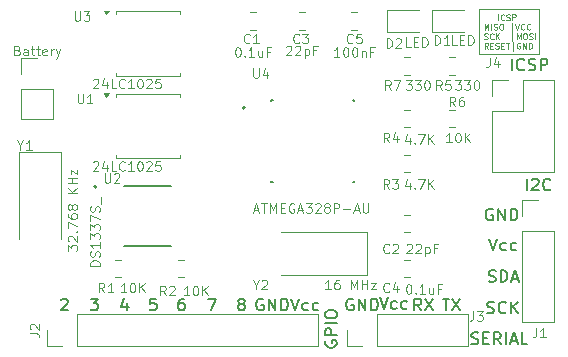
<source format=gto>
%TF.GenerationSoftware,KiCad,Pcbnew,8.0.6*%
%TF.CreationDate,2024-11-27T12:56:47-08:00*%
%TF.ProjectId,Project 3 MCUdatalogger,50726f6a-6563-4742-9033-204d43556461,1*%
%TF.SameCoordinates,Original*%
%TF.FileFunction,Legend,Top*%
%TF.FilePolarity,Positive*%
%FSLAX46Y46*%
G04 Gerber Fmt 4.6, Leading zero omitted, Abs format (unit mm)*
G04 Created by KiCad (PCBNEW 8.0.6) date 2024-11-27 12:56:47*
%MOMM*%
%LPD*%
G01*
G04 APERTURE LIST*
%ADD10C,0.100000*%
%ADD11C,0.150000*%
%ADD12C,0.120000*%
%ADD13C,0.127000*%
%ADD14C,0.200000*%
G04 APERTURE END LIST*
D10*
X82677000Y-62484000D02*
X82677000Y-62357000D01*
X82677000Y-62357000D02*
X82677000Y-58674000D01*
X77597000Y-62484000D02*
X77724000Y-62484000D01*
X82677000Y-58674000D02*
X77724000Y-58674000D01*
X77724000Y-62484000D02*
X82677000Y-62484000D01*
X77597000Y-58674000D02*
X77724000Y-58674000D01*
X77597000Y-58674000D02*
X77597000Y-62357000D01*
X77597000Y-62357000D02*
X77597000Y-62484000D01*
D11*
X81616779Y-74037819D02*
X81616779Y-73037819D01*
X82045350Y-73133057D02*
X82092969Y-73085438D01*
X82092969Y-73085438D02*
X82188207Y-73037819D01*
X82188207Y-73037819D02*
X82426302Y-73037819D01*
X82426302Y-73037819D02*
X82521540Y-73085438D01*
X82521540Y-73085438D02*
X82569159Y-73133057D01*
X82569159Y-73133057D02*
X82616778Y-73228295D01*
X82616778Y-73228295D02*
X82616778Y-73323533D01*
X82616778Y-73323533D02*
X82569159Y-73466390D01*
X82569159Y-73466390D02*
X81997731Y-74037819D01*
X81997731Y-74037819D02*
X82616778Y-74037819D01*
X83616778Y-73942580D02*
X83569159Y-73990200D01*
X83569159Y-73990200D02*
X83426302Y-74037819D01*
X83426302Y-74037819D02*
X83331064Y-74037819D01*
X83331064Y-74037819D02*
X83188207Y-73990200D01*
X83188207Y-73990200D02*
X83092969Y-73894961D01*
X83092969Y-73894961D02*
X83045350Y-73799723D01*
X83045350Y-73799723D02*
X82997731Y-73609247D01*
X82997731Y-73609247D02*
X82997731Y-73466390D01*
X82997731Y-73466390D02*
X83045350Y-73275914D01*
X83045350Y-73275914D02*
X83092969Y-73180676D01*
X83092969Y-73180676D02*
X83188207Y-73085438D01*
X83188207Y-73085438D02*
X83331064Y-73037819D01*
X83331064Y-73037819D02*
X83426302Y-73037819D01*
X83426302Y-73037819D02*
X83569159Y-73085438D01*
X83569159Y-73085438D02*
X83616778Y-73133057D01*
X54597541Y-83197819D02*
X55264207Y-83197819D01*
X55264207Y-83197819D02*
X54835636Y-84197819D01*
X64576438Y-86769411D02*
X64528819Y-86864649D01*
X64528819Y-86864649D02*
X64528819Y-87007506D01*
X64528819Y-87007506D02*
X64576438Y-87150363D01*
X64576438Y-87150363D02*
X64671676Y-87245601D01*
X64671676Y-87245601D02*
X64766914Y-87293220D01*
X64766914Y-87293220D02*
X64957390Y-87340839D01*
X64957390Y-87340839D02*
X65100247Y-87340839D01*
X65100247Y-87340839D02*
X65290723Y-87293220D01*
X65290723Y-87293220D02*
X65385961Y-87245601D01*
X65385961Y-87245601D02*
X65481200Y-87150363D01*
X65481200Y-87150363D02*
X65528819Y-87007506D01*
X65528819Y-87007506D02*
X65528819Y-86912268D01*
X65528819Y-86912268D02*
X65481200Y-86769411D01*
X65481200Y-86769411D02*
X65433580Y-86721792D01*
X65433580Y-86721792D02*
X65100247Y-86721792D01*
X65100247Y-86721792D02*
X65100247Y-86912268D01*
X65528819Y-86293220D02*
X64528819Y-86293220D01*
X64528819Y-86293220D02*
X64528819Y-85912268D01*
X64528819Y-85912268D02*
X64576438Y-85817030D01*
X64576438Y-85817030D02*
X64624057Y-85769411D01*
X64624057Y-85769411D02*
X64719295Y-85721792D01*
X64719295Y-85721792D02*
X64862152Y-85721792D01*
X64862152Y-85721792D02*
X64957390Y-85769411D01*
X64957390Y-85769411D02*
X65005009Y-85817030D01*
X65005009Y-85817030D02*
X65052628Y-85912268D01*
X65052628Y-85912268D02*
X65052628Y-86293220D01*
X65528819Y-85293220D02*
X64528819Y-85293220D01*
X64528819Y-84626554D02*
X64528819Y-84436078D01*
X64528819Y-84436078D02*
X64576438Y-84340840D01*
X64576438Y-84340840D02*
X64671676Y-84245602D01*
X64671676Y-84245602D02*
X64862152Y-84197983D01*
X64862152Y-84197983D02*
X65195485Y-84197983D01*
X65195485Y-84197983D02*
X65385961Y-84245602D01*
X65385961Y-84245602D02*
X65481200Y-84340840D01*
X65481200Y-84340840D02*
X65528819Y-84436078D01*
X65528819Y-84436078D02*
X65528819Y-84626554D01*
X65528819Y-84626554D02*
X65481200Y-84721792D01*
X65481200Y-84721792D02*
X65385961Y-84817030D01*
X65385961Y-84817030D02*
X65195485Y-84864649D01*
X65195485Y-84864649D02*
X64862152Y-84864649D01*
X64862152Y-84864649D02*
X64671676Y-84817030D01*
X64671676Y-84817030D02*
X64576438Y-84721792D01*
X64576438Y-84721792D02*
X64528819Y-84626554D01*
X42199160Y-83293057D02*
X42246779Y-83245438D01*
X42246779Y-83245438D02*
X42342017Y-83197819D01*
X42342017Y-83197819D02*
X42580112Y-83197819D01*
X42580112Y-83197819D02*
X42675350Y-83245438D01*
X42675350Y-83245438D02*
X42722969Y-83293057D01*
X42722969Y-83293057D02*
X42770588Y-83388295D01*
X42770588Y-83388295D02*
X42770588Y-83483533D01*
X42770588Y-83483533D02*
X42722969Y-83626390D01*
X42722969Y-83626390D02*
X42151541Y-84197819D01*
X42151541Y-84197819D02*
X42770588Y-84197819D01*
X44691541Y-83197819D02*
X45310588Y-83197819D01*
X45310588Y-83197819D02*
X44977255Y-83578771D01*
X44977255Y-83578771D02*
X45120112Y-83578771D01*
X45120112Y-83578771D02*
X45215350Y-83626390D01*
X45215350Y-83626390D02*
X45262969Y-83674009D01*
X45262969Y-83674009D02*
X45310588Y-83769247D01*
X45310588Y-83769247D02*
X45310588Y-84007342D01*
X45310588Y-84007342D02*
X45262969Y-84102580D01*
X45262969Y-84102580D02*
X45215350Y-84150200D01*
X45215350Y-84150200D02*
X45120112Y-84197819D01*
X45120112Y-84197819D02*
X44834398Y-84197819D01*
X44834398Y-84197819D02*
X44739160Y-84150200D01*
X44739160Y-84150200D02*
X44691541Y-84102580D01*
X69154922Y-83070819D02*
X69488255Y-84070819D01*
X69488255Y-84070819D02*
X69821588Y-83070819D01*
X70583493Y-84023200D02*
X70488255Y-84070819D01*
X70488255Y-84070819D02*
X70297779Y-84070819D01*
X70297779Y-84070819D02*
X70202541Y-84023200D01*
X70202541Y-84023200D02*
X70154922Y-83975580D01*
X70154922Y-83975580D02*
X70107303Y-83880342D01*
X70107303Y-83880342D02*
X70107303Y-83594628D01*
X70107303Y-83594628D02*
X70154922Y-83499390D01*
X70154922Y-83499390D02*
X70202541Y-83451771D01*
X70202541Y-83451771D02*
X70297779Y-83404152D01*
X70297779Y-83404152D02*
X70488255Y-83404152D01*
X70488255Y-83404152D02*
X70583493Y-83451771D01*
X71440636Y-84023200D02*
X71345398Y-84070819D01*
X71345398Y-84070819D02*
X71154922Y-84070819D01*
X71154922Y-84070819D02*
X71059684Y-84023200D01*
X71059684Y-84023200D02*
X71012065Y-83975580D01*
X71012065Y-83975580D02*
X70964446Y-83880342D01*
X70964446Y-83880342D02*
X70964446Y-83594628D01*
X70964446Y-83594628D02*
X71012065Y-83499390D01*
X71012065Y-83499390D02*
X71059684Y-83451771D01*
X71059684Y-83451771D02*
X71154922Y-83404152D01*
X71154922Y-83404152D02*
X71345398Y-83404152D01*
X71345398Y-83404152D02*
X71440636Y-83451771D01*
X78267160Y-84404200D02*
X78410017Y-84451819D01*
X78410017Y-84451819D02*
X78648112Y-84451819D01*
X78648112Y-84451819D02*
X78743350Y-84404200D01*
X78743350Y-84404200D02*
X78790969Y-84356580D01*
X78790969Y-84356580D02*
X78838588Y-84261342D01*
X78838588Y-84261342D02*
X78838588Y-84166104D01*
X78838588Y-84166104D02*
X78790969Y-84070866D01*
X78790969Y-84070866D02*
X78743350Y-84023247D01*
X78743350Y-84023247D02*
X78648112Y-83975628D01*
X78648112Y-83975628D02*
X78457636Y-83928009D01*
X78457636Y-83928009D02*
X78362398Y-83880390D01*
X78362398Y-83880390D02*
X78314779Y-83832771D01*
X78314779Y-83832771D02*
X78267160Y-83737533D01*
X78267160Y-83737533D02*
X78267160Y-83642295D01*
X78267160Y-83642295D02*
X78314779Y-83547057D01*
X78314779Y-83547057D02*
X78362398Y-83499438D01*
X78362398Y-83499438D02*
X78457636Y-83451819D01*
X78457636Y-83451819D02*
X78695731Y-83451819D01*
X78695731Y-83451819D02*
X78838588Y-83499438D01*
X79838588Y-84356580D02*
X79790969Y-84404200D01*
X79790969Y-84404200D02*
X79648112Y-84451819D01*
X79648112Y-84451819D02*
X79552874Y-84451819D01*
X79552874Y-84451819D02*
X79410017Y-84404200D01*
X79410017Y-84404200D02*
X79314779Y-84308961D01*
X79314779Y-84308961D02*
X79267160Y-84213723D01*
X79267160Y-84213723D02*
X79219541Y-84023247D01*
X79219541Y-84023247D02*
X79219541Y-83880390D01*
X79219541Y-83880390D02*
X79267160Y-83689914D01*
X79267160Y-83689914D02*
X79314779Y-83594676D01*
X79314779Y-83594676D02*
X79410017Y-83499438D01*
X79410017Y-83499438D02*
X79552874Y-83451819D01*
X79552874Y-83451819D02*
X79648112Y-83451819D01*
X79648112Y-83451819D02*
X79790969Y-83499438D01*
X79790969Y-83499438D02*
X79838588Y-83547057D01*
X80267160Y-84451819D02*
X80267160Y-83451819D01*
X80838588Y-84451819D02*
X80410017Y-83880390D01*
X80838588Y-83451819D02*
X80267160Y-84023247D01*
X72663207Y-84197819D02*
X72329874Y-83721628D01*
X72091779Y-84197819D02*
X72091779Y-83197819D01*
X72091779Y-83197819D02*
X72472731Y-83197819D01*
X72472731Y-83197819D02*
X72567969Y-83245438D01*
X72567969Y-83245438D02*
X72615588Y-83293057D01*
X72615588Y-83293057D02*
X72663207Y-83388295D01*
X72663207Y-83388295D02*
X72663207Y-83531152D01*
X72663207Y-83531152D02*
X72615588Y-83626390D01*
X72615588Y-83626390D02*
X72567969Y-83674009D01*
X72567969Y-83674009D02*
X72472731Y-83721628D01*
X72472731Y-83721628D02*
X72091779Y-83721628D01*
X72996541Y-83197819D02*
X73663207Y-84197819D01*
X73663207Y-83197819D02*
X72996541Y-84197819D01*
D10*
X79178692Y-59621693D02*
X79178692Y-59121693D01*
X79702501Y-59574074D02*
X79678692Y-59597884D01*
X79678692Y-59597884D02*
X79607263Y-59621693D01*
X79607263Y-59621693D02*
X79559644Y-59621693D01*
X79559644Y-59621693D02*
X79488216Y-59597884D01*
X79488216Y-59597884D02*
X79440597Y-59550264D01*
X79440597Y-59550264D02*
X79416787Y-59502645D01*
X79416787Y-59502645D02*
X79392978Y-59407407D01*
X79392978Y-59407407D02*
X79392978Y-59335979D01*
X79392978Y-59335979D02*
X79416787Y-59240741D01*
X79416787Y-59240741D02*
X79440597Y-59193122D01*
X79440597Y-59193122D02*
X79488216Y-59145503D01*
X79488216Y-59145503D02*
X79559644Y-59121693D01*
X79559644Y-59121693D02*
X79607263Y-59121693D01*
X79607263Y-59121693D02*
X79678692Y-59145503D01*
X79678692Y-59145503D02*
X79702501Y-59169312D01*
X79892978Y-59597884D02*
X79964406Y-59621693D01*
X79964406Y-59621693D02*
X80083454Y-59621693D01*
X80083454Y-59621693D02*
X80131073Y-59597884D01*
X80131073Y-59597884D02*
X80154882Y-59574074D01*
X80154882Y-59574074D02*
X80178692Y-59526455D01*
X80178692Y-59526455D02*
X80178692Y-59478836D01*
X80178692Y-59478836D02*
X80154882Y-59431217D01*
X80154882Y-59431217D02*
X80131073Y-59407407D01*
X80131073Y-59407407D02*
X80083454Y-59383598D01*
X80083454Y-59383598D02*
X79988216Y-59359788D01*
X79988216Y-59359788D02*
X79940597Y-59335979D01*
X79940597Y-59335979D02*
X79916787Y-59312169D01*
X79916787Y-59312169D02*
X79892978Y-59264550D01*
X79892978Y-59264550D02*
X79892978Y-59216931D01*
X79892978Y-59216931D02*
X79916787Y-59169312D01*
X79916787Y-59169312D02*
X79940597Y-59145503D01*
X79940597Y-59145503D02*
X79988216Y-59121693D01*
X79988216Y-59121693D02*
X80107263Y-59121693D01*
X80107263Y-59121693D02*
X80178692Y-59145503D01*
X80392977Y-59621693D02*
X80392977Y-59121693D01*
X80392977Y-59121693D02*
X80583453Y-59121693D01*
X80583453Y-59121693D02*
X80631072Y-59145503D01*
X80631072Y-59145503D02*
X80654882Y-59169312D01*
X80654882Y-59169312D02*
X80678691Y-59216931D01*
X80678691Y-59216931D02*
X80678691Y-59288360D01*
X80678691Y-59288360D02*
X80654882Y-59335979D01*
X80654882Y-59335979D02*
X80631072Y-59359788D01*
X80631072Y-59359788D02*
X80583453Y-59383598D01*
X80583453Y-59383598D02*
X80392977Y-59383598D01*
X78035836Y-60426665D02*
X78035836Y-59926665D01*
X78035836Y-59926665D02*
X78202503Y-60283808D01*
X78202503Y-60283808D02*
X78369169Y-59926665D01*
X78369169Y-59926665D02*
X78369169Y-60426665D01*
X78607265Y-60426665D02*
X78607265Y-59926665D01*
X78821551Y-60402856D02*
X78892979Y-60426665D01*
X78892979Y-60426665D02*
X79012027Y-60426665D01*
X79012027Y-60426665D02*
X79059646Y-60402856D01*
X79059646Y-60402856D02*
X79083455Y-60379046D01*
X79083455Y-60379046D02*
X79107265Y-60331427D01*
X79107265Y-60331427D02*
X79107265Y-60283808D01*
X79107265Y-60283808D02*
X79083455Y-60236189D01*
X79083455Y-60236189D02*
X79059646Y-60212379D01*
X79059646Y-60212379D02*
X79012027Y-60188570D01*
X79012027Y-60188570D02*
X78916789Y-60164760D01*
X78916789Y-60164760D02*
X78869170Y-60140951D01*
X78869170Y-60140951D02*
X78845360Y-60117141D01*
X78845360Y-60117141D02*
X78821551Y-60069522D01*
X78821551Y-60069522D02*
X78821551Y-60021903D01*
X78821551Y-60021903D02*
X78845360Y-59974284D01*
X78845360Y-59974284D02*
X78869170Y-59950475D01*
X78869170Y-59950475D02*
X78916789Y-59926665D01*
X78916789Y-59926665D02*
X79035836Y-59926665D01*
X79035836Y-59926665D02*
X79107265Y-59950475D01*
X79416788Y-59926665D02*
X79512026Y-59926665D01*
X79512026Y-59926665D02*
X79559645Y-59950475D01*
X79559645Y-59950475D02*
X79607264Y-59998094D01*
X79607264Y-59998094D02*
X79631074Y-60093332D01*
X79631074Y-60093332D02*
X79631074Y-60259998D01*
X79631074Y-60259998D02*
X79607264Y-60355236D01*
X79607264Y-60355236D02*
X79559645Y-60402856D01*
X79559645Y-60402856D02*
X79512026Y-60426665D01*
X79512026Y-60426665D02*
X79416788Y-60426665D01*
X79416788Y-60426665D02*
X79369169Y-60402856D01*
X79369169Y-60402856D02*
X79321550Y-60355236D01*
X79321550Y-60355236D02*
X79297741Y-60259998D01*
X79297741Y-60259998D02*
X79297741Y-60093332D01*
X79297741Y-60093332D02*
X79321550Y-59998094D01*
X79321550Y-59998094D02*
X79369169Y-59950475D01*
X79369169Y-59950475D02*
X79416788Y-59926665D01*
X80345360Y-60593332D02*
X80345360Y-59879046D01*
X80631074Y-59926665D02*
X80797740Y-60426665D01*
X80797740Y-60426665D02*
X80964407Y-59926665D01*
X81416787Y-60379046D02*
X81392978Y-60402856D01*
X81392978Y-60402856D02*
X81321549Y-60426665D01*
X81321549Y-60426665D02*
X81273930Y-60426665D01*
X81273930Y-60426665D02*
X81202502Y-60402856D01*
X81202502Y-60402856D02*
X81154883Y-60355236D01*
X81154883Y-60355236D02*
X81131073Y-60307617D01*
X81131073Y-60307617D02*
X81107264Y-60212379D01*
X81107264Y-60212379D02*
X81107264Y-60140951D01*
X81107264Y-60140951D02*
X81131073Y-60045713D01*
X81131073Y-60045713D02*
X81154883Y-59998094D01*
X81154883Y-59998094D02*
X81202502Y-59950475D01*
X81202502Y-59950475D02*
X81273930Y-59926665D01*
X81273930Y-59926665D02*
X81321549Y-59926665D01*
X81321549Y-59926665D02*
X81392978Y-59950475D01*
X81392978Y-59950475D02*
X81416787Y-59974284D01*
X81916787Y-60379046D02*
X81892978Y-60402856D01*
X81892978Y-60402856D02*
X81821549Y-60426665D01*
X81821549Y-60426665D02*
X81773930Y-60426665D01*
X81773930Y-60426665D02*
X81702502Y-60402856D01*
X81702502Y-60402856D02*
X81654883Y-60355236D01*
X81654883Y-60355236D02*
X81631073Y-60307617D01*
X81631073Y-60307617D02*
X81607264Y-60212379D01*
X81607264Y-60212379D02*
X81607264Y-60140951D01*
X81607264Y-60140951D02*
X81631073Y-60045713D01*
X81631073Y-60045713D02*
X81654883Y-59998094D01*
X81654883Y-59998094D02*
X81702502Y-59950475D01*
X81702502Y-59950475D02*
X81773930Y-59926665D01*
X81773930Y-59926665D02*
X81821549Y-59926665D01*
X81821549Y-59926665D02*
X81892978Y-59950475D01*
X81892978Y-59950475D02*
X81916787Y-59974284D01*
X78012027Y-61207828D02*
X78083455Y-61231637D01*
X78083455Y-61231637D02*
X78202503Y-61231637D01*
X78202503Y-61231637D02*
X78250122Y-61207828D01*
X78250122Y-61207828D02*
X78273931Y-61184018D01*
X78273931Y-61184018D02*
X78297741Y-61136399D01*
X78297741Y-61136399D02*
X78297741Y-61088780D01*
X78297741Y-61088780D02*
X78273931Y-61041161D01*
X78273931Y-61041161D02*
X78250122Y-61017351D01*
X78250122Y-61017351D02*
X78202503Y-60993542D01*
X78202503Y-60993542D02*
X78107265Y-60969732D01*
X78107265Y-60969732D02*
X78059646Y-60945923D01*
X78059646Y-60945923D02*
X78035836Y-60922113D01*
X78035836Y-60922113D02*
X78012027Y-60874494D01*
X78012027Y-60874494D02*
X78012027Y-60826875D01*
X78012027Y-60826875D02*
X78035836Y-60779256D01*
X78035836Y-60779256D02*
X78059646Y-60755447D01*
X78059646Y-60755447D02*
X78107265Y-60731637D01*
X78107265Y-60731637D02*
X78226312Y-60731637D01*
X78226312Y-60731637D02*
X78297741Y-60755447D01*
X78797740Y-61184018D02*
X78773931Y-61207828D01*
X78773931Y-61207828D02*
X78702502Y-61231637D01*
X78702502Y-61231637D02*
X78654883Y-61231637D01*
X78654883Y-61231637D02*
X78583455Y-61207828D01*
X78583455Y-61207828D02*
X78535836Y-61160208D01*
X78535836Y-61160208D02*
X78512026Y-61112589D01*
X78512026Y-61112589D02*
X78488217Y-61017351D01*
X78488217Y-61017351D02*
X78488217Y-60945923D01*
X78488217Y-60945923D02*
X78512026Y-60850685D01*
X78512026Y-60850685D02*
X78535836Y-60803066D01*
X78535836Y-60803066D02*
X78583455Y-60755447D01*
X78583455Y-60755447D02*
X78654883Y-60731637D01*
X78654883Y-60731637D02*
X78702502Y-60731637D01*
X78702502Y-60731637D02*
X78773931Y-60755447D01*
X78773931Y-60755447D02*
X78797740Y-60779256D01*
X79012026Y-61231637D02*
X79012026Y-60731637D01*
X79297740Y-61231637D02*
X79083455Y-60945923D01*
X79297740Y-60731637D02*
X79012026Y-61017351D01*
X80392978Y-61398304D02*
X80392978Y-60684018D01*
X80750120Y-61231637D02*
X80750120Y-60731637D01*
X80750120Y-60731637D02*
X80916787Y-61088780D01*
X80916787Y-61088780D02*
X81083453Y-60731637D01*
X81083453Y-60731637D02*
X81083453Y-61231637D01*
X81416787Y-60731637D02*
X81512025Y-60731637D01*
X81512025Y-60731637D02*
X81559644Y-60755447D01*
X81559644Y-60755447D02*
X81607263Y-60803066D01*
X81607263Y-60803066D02*
X81631073Y-60898304D01*
X81631073Y-60898304D02*
X81631073Y-61064970D01*
X81631073Y-61064970D02*
X81607263Y-61160208D01*
X81607263Y-61160208D02*
X81559644Y-61207828D01*
X81559644Y-61207828D02*
X81512025Y-61231637D01*
X81512025Y-61231637D02*
X81416787Y-61231637D01*
X81416787Y-61231637D02*
X81369168Y-61207828D01*
X81369168Y-61207828D02*
X81321549Y-61160208D01*
X81321549Y-61160208D02*
X81297740Y-61064970D01*
X81297740Y-61064970D02*
X81297740Y-60898304D01*
X81297740Y-60898304D02*
X81321549Y-60803066D01*
X81321549Y-60803066D02*
X81369168Y-60755447D01*
X81369168Y-60755447D02*
X81416787Y-60731637D01*
X81821550Y-61207828D02*
X81892978Y-61231637D01*
X81892978Y-61231637D02*
X82012026Y-61231637D01*
X82012026Y-61231637D02*
X82059645Y-61207828D01*
X82059645Y-61207828D02*
X82083454Y-61184018D01*
X82083454Y-61184018D02*
X82107264Y-61136399D01*
X82107264Y-61136399D02*
X82107264Y-61088780D01*
X82107264Y-61088780D02*
X82083454Y-61041161D01*
X82083454Y-61041161D02*
X82059645Y-61017351D01*
X82059645Y-61017351D02*
X82012026Y-60993542D01*
X82012026Y-60993542D02*
X81916788Y-60969732D01*
X81916788Y-60969732D02*
X81869169Y-60945923D01*
X81869169Y-60945923D02*
X81845359Y-60922113D01*
X81845359Y-60922113D02*
X81821550Y-60874494D01*
X81821550Y-60874494D02*
X81821550Y-60826875D01*
X81821550Y-60826875D02*
X81845359Y-60779256D01*
X81845359Y-60779256D02*
X81869169Y-60755447D01*
X81869169Y-60755447D02*
X81916788Y-60731637D01*
X81916788Y-60731637D02*
X82035835Y-60731637D01*
X82035835Y-60731637D02*
X82107264Y-60755447D01*
X82321549Y-61231637D02*
X82321549Y-60731637D01*
X78321550Y-62036609D02*
X78154884Y-61798514D01*
X78035836Y-62036609D02*
X78035836Y-61536609D01*
X78035836Y-61536609D02*
X78226312Y-61536609D01*
X78226312Y-61536609D02*
X78273931Y-61560419D01*
X78273931Y-61560419D02*
X78297741Y-61584228D01*
X78297741Y-61584228D02*
X78321550Y-61631847D01*
X78321550Y-61631847D02*
X78321550Y-61703276D01*
X78321550Y-61703276D02*
X78297741Y-61750895D01*
X78297741Y-61750895D02*
X78273931Y-61774704D01*
X78273931Y-61774704D02*
X78226312Y-61798514D01*
X78226312Y-61798514D02*
X78035836Y-61798514D01*
X78535836Y-61774704D02*
X78702503Y-61774704D01*
X78773931Y-62036609D02*
X78535836Y-62036609D01*
X78535836Y-62036609D02*
X78535836Y-61536609D01*
X78535836Y-61536609D02*
X78773931Y-61536609D01*
X78964408Y-62012800D02*
X79035836Y-62036609D01*
X79035836Y-62036609D02*
X79154884Y-62036609D01*
X79154884Y-62036609D02*
X79202503Y-62012800D01*
X79202503Y-62012800D02*
X79226312Y-61988990D01*
X79226312Y-61988990D02*
X79250122Y-61941371D01*
X79250122Y-61941371D02*
X79250122Y-61893752D01*
X79250122Y-61893752D02*
X79226312Y-61846133D01*
X79226312Y-61846133D02*
X79202503Y-61822323D01*
X79202503Y-61822323D02*
X79154884Y-61798514D01*
X79154884Y-61798514D02*
X79059646Y-61774704D01*
X79059646Y-61774704D02*
X79012027Y-61750895D01*
X79012027Y-61750895D02*
X78988217Y-61727085D01*
X78988217Y-61727085D02*
X78964408Y-61679466D01*
X78964408Y-61679466D02*
X78964408Y-61631847D01*
X78964408Y-61631847D02*
X78988217Y-61584228D01*
X78988217Y-61584228D02*
X79012027Y-61560419D01*
X79012027Y-61560419D02*
X79059646Y-61536609D01*
X79059646Y-61536609D02*
X79178693Y-61536609D01*
X79178693Y-61536609D02*
X79250122Y-61560419D01*
X79464407Y-61774704D02*
X79631074Y-61774704D01*
X79702502Y-62036609D02*
X79464407Y-62036609D01*
X79464407Y-62036609D02*
X79464407Y-61536609D01*
X79464407Y-61536609D02*
X79702502Y-61536609D01*
X79845360Y-61536609D02*
X80131074Y-61536609D01*
X79988217Y-62036609D02*
X79988217Y-61536609D01*
X80416788Y-62203276D02*
X80416788Y-61488990D01*
X81035835Y-61560419D02*
X80988216Y-61536609D01*
X80988216Y-61536609D02*
X80916787Y-61536609D01*
X80916787Y-61536609D02*
X80845359Y-61560419D01*
X80845359Y-61560419D02*
X80797740Y-61608038D01*
X80797740Y-61608038D02*
X80773930Y-61655657D01*
X80773930Y-61655657D02*
X80750121Y-61750895D01*
X80750121Y-61750895D02*
X80750121Y-61822323D01*
X80750121Y-61822323D02*
X80773930Y-61917561D01*
X80773930Y-61917561D02*
X80797740Y-61965180D01*
X80797740Y-61965180D02*
X80845359Y-62012800D01*
X80845359Y-62012800D02*
X80916787Y-62036609D01*
X80916787Y-62036609D02*
X80964406Y-62036609D01*
X80964406Y-62036609D02*
X81035835Y-62012800D01*
X81035835Y-62012800D02*
X81059644Y-61988990D01*
X81059644Y-61988990D02*
X81059644Y-61822323D01*
X81059644Y-61822323D02*
X80964406Y-61822323D01*
X81273930Y-62036609D02*
X81273930Y-61536609D01*
X81273930Y-61536609D02*
X81559644Y-62036609D01*
X81559644Y-62036609D02*
X81559644Y-61536609D01*
X81797740Y-62036609D02*
X81797740Y-61536609D01*
X81797740Y-61536609D02*
X81916788Y-61536609D01*
X81916788Y-61536609D02*
X81988216Y-61560419D01*
X81988216Y-61560419D02*
X82035835Y-61608038D01*
X82035835Y-61608038D02*
X82059645Y-61655657D01*
X82059645Y-61655657D02*
X82083454Y-61750895D01*
X82083454Y-61750895D02*
X82083454Y-61822323D01*
X82083454Y-61822323D02*
X82059645Y-61917561D01*
X82059645Y-61917561D02*
X82035835Y-61965180D01*
X82035835Y-61965180D02*
X81988216Y-62012800D01*
X81988216Y-62012800D02*
X81916788Y-62036609D01*
X81916788Y-62036609D02*
X81797740Y-62036609D01*
D11*
X76930160Y-87004200D02*
X77073017Y-87051819D01*
X77073017Y-87051819D02*
X77311112Y-87051819D01*
X77311112Y-87051819D02*
X77406350Y-87004200D01*
X77406350Y-87004200D02*
X77453969Y-86956580D01*
X77453969Y-86956580D02*
X77501588Y-86861342D01*
X77501588Y-86861342D02*
X77501588Y-86766104D01*
X77501588Y-86766104D02*
X77453969Y-86670866D01*
X77453969Y-86670866D02*
X77406350Y-86623247D01*
X77406350Y-86623247D02*
X77311112Y-86575628D01*
X77311112Y-86575628D02*
X77120636Y-86528009D01*
X77120636Y-86528009D02*
X77025398Y-86480390D01*
X77025398Y-86480390D02*
X76977779Y-86432771D01*
X76977779Y-86432771D02*
X76930160Y-86337533D01*
X76930160Y-86337533D02*
X76930160Y-86242295D01*
X76930160Y-86242295D02*
X76977779Y-86147057D01*
X76977779Y-86147057D02*
X77025398Y-86099438D01*
X77025398Y-86099438D02*
X77120636Y-86051819D01*
X77120636Y-86051819D02*
X77358731Y-86051819D01*
X77358731Y-86051819D02*
X77501588Y-86099438D01*
X77930160Y-86528009D02*
X78263493Y-86528009D01*
X78406350Y-87051819D02*
X77930160Y-87051819D01*
X77930160Y-87051819D02*
X77930160Y-86051819D01*
X77930160Y-86051819D02*
X78406350Y-86051819D01*
X79406350Y-87051819D02*
X79073017Y-86575628D01*
X78834922Y-87051819D02*
X78834922Y-86051819D01*
X78834922Y-86051819D02*
X79215874Y-86051819D01*
X79215874Y-86051819D02*
X79311112Y-86099438D01*
X79311112Y-86099438D02*
X79358731Y-86147057D01*
X79358731Y-86147057D02*
X79406350Y-86242295D01*
X79406350Y-86242295D02*
X79406350Y-86385152D01*
X79406350Y-86385152D02*
X79358731Y-86480390D01*
X79358731Y-86480390D02*
X79311112Y-86528009D01*
X79311112Y-86528009D02*
X79215874Y-86575628D01*
X79215874Y-86575628D02*
X78834922Y-86575628D01*
X79834922Y-87051819D02*
X79834922Y-86051819D01*
X80263493Y-86766104D02*
X80739683Y-86766104D01*
X80168255Y-87051819D02*
X80501588Y-86051819D01*
X80501588Y-86051819D02*
X80834921Y-87051819D01*
X81644445Y-87051819D02*
X81168255Y-87051819D01*
X81168255Y-87051819D02*
X81168255Y-86051819D01*
X78394160Y-81737200D02*
X78537017Y-81784819D01*
X78537017Y-81784819D02*
X78775112Y-81784819D01*
X78775112Y-81784819D02*
X78870350Y-81737200D01*
X78870350Y-81737200D02*
X78917969Y-81689580D01*
X78917969Y-81689580D02*
X78965588Y-81594342D01*
X78965588Y-81594342D02*
X78965588Y-81499104D01*
X78965588Y-81499104D02*
X78917969Y-81403866D01*
X78917969Y-81403866D02*
X78870350Y-81356247D01*
X78870350Y-81356247D02*
X78775112Y-81308628D01*
X78775112Y-81308628D02*
X78584636Y-81261009D01*
X78584636Y-81261009D02*
X78489398Y-81213390D01*
X78489398Y-81213390D02*
X78441779Y-81165771D01*
X78441779Y-81165771D02*
X78394160Y-81070533D01*
X78394160Y-81070533D02*
X78394160Y-80975295D01*
X78394160Y-80975295D02*
X78441779Y-80880057D01*
X78441779Y-80880057D02*
X78489398Y-80832438D01*
X78489398Y-80832438D02*
X78584636Y-80784819D01*
X78584636Y-80784819D02*
X78822731Y-80784819D01*
X78822731Y-80784819D02*
X78965588Y-80832438D01*
X79394160Y-81784819D02*
X79394160Y-80784819D01*
X79394160Y-80784819D02*
X79632255Y-80784819D01*
X79632255Y-80784819D02*
X79775112Y-80832438D01*
X79775112Y-80832438D02*
X79870350Y-80927676D01*
X79870350Y-80927676D02*
X79917969Y-81022914D01*
X79917969Y-81022914D02*
X79965588Y-81213390D01*
X79965588Y-81213390D02*
X79965588Y-81356247D01*
X79965588Y-81356247D02*
X79917969Y-81546723D01*
X79917969Y-81546723D02*
X79870350Y-81641961D01*
X79870350Y-81641961D02*
X79775112Y-81737200D01*
X79775112Y-81737200D02*
X79632255Y-81784819D01*
X79632255Y-81784819D02*
X79394160Y-81784819D01*
X80346541Y-81499104D02*
X80822731Y-81499104D01*
X80251303Y-81784819D02*
X80584636Y-80784819D01*
X80584636Y-80784819D02*
X80917969Y-81784819D01*
X74488922Y-83197819D02*
X75060350Y-83197819D01*
X74774636Y-84197819D02*
X74774636Y-83197819D01*
X75298446Y-83197819D02*
X75965112Y-84197819D01*
X75965112Y-83197819D02*
X75298446Y-84197819D01*
X50215969Y-83197819D02*
X49739779Y-83197819D01*
X49739779Y-83197819D02*
X49692160Y-83674009D01*
X49692160Y-83674009D02*
X49739779Y-83626390D01*
X49739779Y-83626390D02*
X49835017Y-83578771D01*
X49835017Y-83578771D02*
X50073112Y-83578771D01*
X50073112Y-83578771D02*
X50168350Y-83626390D01*
X50168350Y-83626390D02*
X50215969Y-83674009D01*
X50215969Y-83674009D02*
X50263588Y-83769247D01*
X50263588Y-83769247D02*
X50263588Y-84007342D01*
X50263588Y-84007342D02*
X50215969Y-84102580D01*
X50215969Y-84102580D02*
X50168350Y-84150200D01*
X50168350Y-84150200D02*
X50073112Y-84197819D01*
X50073112Y-84197819D02*
X49835017Y-84197819D01*
X49835017Y-84197819D02*
X49739779Y-84150200D01*
X49739779Y-84150200D02*
X49692160Y-84102580D01*
X52581350Y-83197819D02*
X52390874Y-83197819D01*
X52390874Y-83197819D02*
X52295636Y-83245438D01*
X52295636Y-83245438D02*
X52248017Y-83293057D01*
X52248017Y-83293057D02*
X52152779Y-83435914D01*
X52152779Y-83435914D02*
X52105160Y-83626390D01*
X52105160Y-83626390D02*
X52105160Y-84007342D01*
X52105160Y-84007342D02*
X52152779Y-84102580D01*
X52152779Y-84102580D02*
X52200398Y-84150200D01*
X52200398Y-84150200D02*
X52295636Y-84197819D01*
X52295636Y-84197819D02*
X52486112Y-84197819D01*
X52486112Y-84197819D02*
X52581350Y-84150200D01*
X52581350Y-84150200D02*
X52628969Y-84102580D01*
X52628969Y-84102580D02*
X52676588Y-84007342D01*
X52676588Y-84007342D02*
X52676588Y-83769247D01*
X52676588Y-83769247D02*
X52628969Y-83674009D01*
X52628969Y-83674009D02*
X52581350Y-83626390D01*
X52581350Y-83626390D02*
X52486112Y-83578771D01*
X52486112Y-83578771D02*
X52295636Y-83578771D01*
X52295636Y-83578771D02*
X52200398Y-83626390D01*
X52200398Y-83626390D02*
X52152779Y-83674009D01*
X52152779Y-83674009D02*
X52105160Y-83769247D01*
X61661922Y-83197819D02*
X61995255Y-84197819D01*
X61995255Y-84197819D02*
X62328588Y-83197819D01*
X63090493Y-84150200D02*
X62995255Y-84197819D01*
X62995255Y-84197819D02*
X62804779Y-84197819D01*
X62804779Y-84197819D02*
X62709541Y-84150200D01*
X62709541Y-84150200D02*
X62661922Y-84102580D01*
X62661922Y-84102580D02*
X62614303Y-84007342D01*
X62614303Y-84007342D02*
X62614303Y-83721628D01*
X62614303Y-83721628D02*
X62661922Y-83626390D01*
X62661922Y-83626390D02*
X62709541Y-83578771D01*
X62709541Y-83578771D02*
X62804779Y-83531152D01*
X62804779Y-83531152D02*
X62995255Y-83531152D01*
X62995255Y-83531152D02*
X63090493Y-83578771D01*
X63947636Y-84150200D02*
X63852398Y-84197819D01*
X63852398Y-84197819D02*
X63661922Y-84197819D01*
X63661922Y-84197819D02*
X63566684Y-84150200D01*
X63566684Y-84150200D02*
X63519065Y-84102580D01*
X63519065Y-84102580D02*
X63471446Y-84007342D01*
X63471446Y-84007342D02*
X63471446Y-83721628D01*
X63471446Y-83721628D02*
X63519065Y-83626390D01*
X63519065Y-83626390D02*
X63566684Y-83578771D01*
X63566684Y-83578771D02*
X63661922Y-83531152D01*
X63661922Y-83531152D02*
X63852398Y-83531152D01*
X63852398Y-83531152D02*
X63947636Y-83578771D01*
X80346779Y-63877819D02*
X80346779Y-62877819D01*
X81394397Y-63782580D02*
X81346778Y-63830200D01*
X81346778Y-63830200D02*
X81203921Y-63877819D01*
X81203921Y-63877819D02*
X81108683Y-63877819D01*
X81108683Y-63877819D02*
X80965826Y-63830200D01*
X80965826Y-63830200D02*
X80870588Y-63734961D01*
X80870588Y-63734961D02*
X80822969Y-63639723D01*
X80822969Y-63639723D02*
X80775350Y-63449247D01*
X80775350Y-63449247D02*
X80775350Y-63306390D01*
X80775350Y-63306390D02*
X80822969Y-63115914D01*
X80822969Y-63115914D02*
X80870588Y-63020676D01*
X80870588Y-63020676D02*
X80965826Y-62925438D01*
X80965826Y-62925438D02*
X81108683Y-62877819D01*
X81108683Y-62877819D02*
X81203921Y-62877819D01*
X81203921Y-62877819D02*
X81346778Y-62925438D01*
X81346778Y-62925438D02*
X81394397Y-62973057D01*
X81775350Y-63830200D02*
X81918207Y-63877819D01*
X81918207Y-63877819D02*
X82156302Y-63877819D01*
X82156302Y-63877819D02*
X82251540Y-63830200D01*
X82251540Y-63830200D02*
X82299159Y-63782580D01*
X82299159Y-63782580D02*
X82346778Y-63687342D01*
X82346778Y-63687342D02*
X82346778Y-63592104D01*
X82346778Y-63592104D02*
X82299159Y-63496866D01*
X82299159Y-63496866D02*
X82251540Y-63449247D01*
X82251540Y-63449247D02*
X82156302Y-63401628D01*
X82156302Y-63401628D02*
X81965826Y-63354009D01*
X81965826Y-63354009D02*
X81870588Y-63306390D01*
X81870588Y-63306390D02*
X81822969Y-63258771D01*
X81822969Y-63258771D02*
X81775350Y-63163533D01*
X81775350Y-63163533D02*
X81775350Y-63068295D01*
X81775350Y-63068295D02*
X81822969Y-62973057D01*
X81822969Y-62973057D02*
X81870588Y-62925438D01*
X81870588Y-62925438D02*
X81965826Y-62877819D01*
X81965826Y-62877819D02*
X82203921Y-62877819D01*
X82203921Y-62877819D02*
X82346778Y-62925438D01*
X82775350Y-63877819D02*
X82775350Y-62877819D01*
X82775350Y-62877819D02*
X83156302Y-62877819D01*
X83156302Y-62877819D02*
X83251540Y-62925438D01*
X83251540Y-62925438D02*
X83299159Y-62973057D01*
X83299159Y-62973057D02*
X83346778Y-63068295D01*
X83346778Y-63068295D02*
X83346778Y-63211152D01*
X83346778Y-63211152D02*
X83299159Y-63306390D01*
X83299159Y-63306390D02*
X83251540Y-63354009D01*
X83251540Y-63354009D02*
X83156302Y-63401628D01*
X83156302Y-63401628D02*
X82775350Y-63401628D01*
X57375636Y-83626390D02*
X57280398Y-83578771D01*
X57280398Y-83578771D02*
X57232779Y-83531152D01*
X57232779Y-83531152D02*
X57185160Y-83435914D01*
X57185160Y-83435914D02*
X57185160Y-83388295D01*
X57185160Y-83388295D02*
X57232779Y-83293057D01*
X57232779Y-83293057D02*
X57280398Y-83245438D01*
X57280398Y-83245438D02*
X57375636Y-83197819D01*
X57375636Y-83197819D02*
X57566112Y-83197819D01*
X57566112Y-83197819D02*
X57661350Y-83245438D01*
X57661350Y-83245438D02*
X57708969Y-83293057D01*
X57708969Y-83293057D02*
X57756588Y-83388295D01*
X57756588Y-83388295D02*
X57756588Y-83435914D01*
X57756588Y-83435914D02*
X57708969Y-83531152D01*
X57708969Y-83531152D02*
X57661350Y-83578771D01*
X57661350Y-83578771D02*
X57566112Y-83626390D01*
X57566112Y-83626390D02*
X57375636Y-83626390D01*
X57375636Y-83626390D02*
X57280398Y-83674009D01*
X57280398Y-83674009D02*
X57232779Y-83721628D01*
X57232779Y-83721628D02*
X57185160Y-83816866D01*
X57185160Y-83816866D02*
X57185160Y-84007342D01*
X57185160Y-84007342D02*
X57232779Y-84102580D01*
X57232779Y-84102580D02*
X57280398Y-84150200D01*
X57280398Y-84150200D02*
X57375636Y-84197819D01*
X57375636Y-84197819D02*
X57566112Y-84197819D01*
X57566112Y-84197819D02*
X57661350Y-84150200D01*
X57661350Y-84150200D02*
X57708969Y-84102580D01*
X57708969Y-84102580D02*
X57756588Y-84007342D01*
X57756588Y-84007342D02*
X57756588Y-83816866D01*
X57756588Y-83816866D02*
X57708969Y-83721628D01*
X57708969Y-83721628D02*
X57661350Y-83674009D01*
X57661350Y-83674009D02*
X57566112Y-83626390D01*
X78425922Y-78117819D02*
X78759255Y-79117819D01*
X78759255Y-79117819D02*
X79092588Y-78117819D01*
X79854493Y-79070200D02*
X79759255Y-79117819D01*
X79759255Y-79117819D02*
X79568779Y-79117819D01*
X79568779Y-79117819D02*
X79473541Y-79070200D01*
X79473541Y-79070200D02*
X79425922Y-79022580D01*
X79425922Y-79022580D02*
X79378303Y-78927342D01*
X79378303Y-78927342D02*
X79378303Y-78641628D01*
X79378303Y-78641628D02*
X79425922Y-78546390D01*
X79425922Y-78546390D02*
X79473541Y-78498771D01*
X79473541Y-78498771D02*
X79568779Y-78451152D01*
X79568779Y-78451152D02*
X79759255Y-78451152D01*
X79759255Y-78451152D02*
X79854493Y-78498771D01*
X80711636Y-79070200D02*
X80616398Y-79117819D01*
X80616398Y-79117819D02*
X80425922Y-79117819D01*
X80425922Y-79117819D02*
X80330684Y-79070200D01*
X80330684Y-79070200D02*
X80283065Y-79022580D01*
X80283065Y-79022580D02*
X80235446Y-78927342D01*
X80235446Y-78927342D02*
X80235446Y-78641628D01*
X80235446Y-78641628D02*
X80283065Y-78546390D01*
X80283065Y-78546390D02*
X80330684Y-78498771D01*
X80330684Y-78498771D02*
X80425922Y-78451152D01*
X80425922Y-78451152D02*
X80616398Y-78451152D01*
X80616398Y-78451152D02*
X80711636Y-78498771D01*
X59280588Y-83245438D02*
X59185350Y-83197819D01*
X59185350Y-83197819D02*
X59042493Y-83197819D01*
X59042493Y-83197819D02*
X58899636Y-83245438D01*
X58899636Y-83245438D02*
X58804398Y-83340676D01*
X58804398Y-83340676D02*
X58756779Y-83435914D01*
X58756779Y-83435914D02*
X58709160Y-83626390D01*
X58709160Y-83626390D02*
X58709160Y-83769247D01*
X58709160Y-83769247D02*
X58756779Y-83959723D01*
X58756779Y-83959723D02*
X58804398Y-84054961D01*
X58804398Y-84054961D02*
X58899636Y-84150200D01*
X58899636Y-84150200D02*
X59042493Y-84197819D01*
X59042493Y-84197819D02*
X59137731Y-84197819D01*
X59137731Y-84197819D02*
X59280588Y-84150200D01*
X59280588Y-84150200D02*
X59328207Y-84102580D01*
X59328207Y-84102580D02*
X59328207Y-83769247D01*
X59328207Y-83769247D02*
X59137731Y-83769247D01*
X59756779Y-84197819D02*
X59756779Y-83197819D01*
X59756779Y-83197819D02*
X60328207Y-84197819D01*
X60328207Y-84197819D02*
X60328207Y-83197819D01*
X60804398Y-84197819D02*
X60804398Y-83197819D01*
X60804398Y-83197819D02*
X61042493Y-83197819D01*
X61042493Y-83197819D02*
X61185350Y-83245438D01*
X61185350Y-83245438D02*
X61280588Y-83340676D01*
X61280588Y-83340676D02*
X61328207Y-83435914D01*
X61328207Y-83435914D02*
X61375826Y-83626390D01*
X61375826Y-83626390D02*
X61375826Y-83769247D01*
X61375826Y-83769247D02*
X61328207Y-83959723D01*
X61328207Y-83959723D02*
X61280588Y-84054961D01*
X61280588Y-84054961D02*
X61185350Y-84150200D01*
X61185350Y-84150200D02*
X61042493Y-84197819D01*
X61042493Y-84197819D02*
X60804398Y-84197819D01*
X78711588Y-75625438D02*
X78616350Y-75577819D01*
X78616350Y-75577819D02*
X78473493Y-75577819D01*
X78473493Y-75577819D02*
X78330636Y-75625438D01*
X78330636Y-75625438D02*
X78235398Y-75720676D01*
X78235398Y-75720676D02*
X78187779Y-75815914D01*
X78187779Y-75815914D02*
X78140160Y-76006390D01*
X78140160Y-76006390D02*
X78140160Y-76149247D01*
X78140160Y-76149247D02*
X78187779Y-76339723D01*
X78187779Y-76339723D02*
X78235398Y-76434961D01*
X78235398Y-76434961D02*
X78330636Y-76530200D01*
X78330636Y-76530200D02*
X78473493Y-76577819D01*
X78473493Y-76577819D02*
X78568731Y-76577819D01*
X78568731Y-76577819D02*
X78711588Y-76530200D01*
X78711588Y-76530200D02*
X78759207Y-76482580D01*
X78759207Y-76482580D02*
X78759207Y-76149247D01*
X78759207Y-76149247D02*
X78568731Y-76149247D01*
X79187779Y-76577819D02*
X79187779Y-75577819D01*
X79187779Y-75577819D02*
X79759207Y-76577819D01*
X79759207Y-76577819D02*
X79759207Y-75577819D01*
X80235398Y-76577819D02*
X80235398Y-75577819D01*
X80235398Y-75577819D02*
X80473493Y-75577819D01*
X80473493Y-75577819D02*
X80616350Y-75625438D01*
X80616350Y-75625438D02*
X80711588Y-75720676D01*
X80711588Y-75720676D02*
X80759207Y-75815914D01*
X80759207Y-75815914D02*
X80806826Y-76006390D01*
X80806826Y-76006390D02*
X80806826Y-76149247D01*
X80806826Y-76149247D02*
X80759207Y-76339723D01*
X80759207Y-76339723D02*
X80711588Y-76434961D01*
X80711588Y-76434961D02*
X80616350Y-76530200D01*
X80616350Y-76530200D02*
X80473493Y-76577819D01*
X80473493Y-76577819D02*
X80235398Y-76577819D01*
X66900588Y-83245438D02*
X66805350Y-83197819D01*
X66805350Y-83197819D02*
X66662493Y-83197819D01*
X66662493Y-83197819D02*
X66519636Y-83245438D01*
X66519636Y-83245438D02*
X66424398Y-83340676D01*
X66424398Y-83340676D02*
X66376779Y-83435914D01*
X66376779Y-83435914D02*
X66329160Y-83626390D01*
X66329160Y-83626390D02*
X66329160Y-83769247D01*
X66329160Y-83769247D02*
X66376779Y-83959723D01*
X66376779Y-83959723D02*
X66424398Y-84054961D01*
X66424398Y-84054961D02*
X66519636Y-84150200D01*
X66519636Y-84150200D02*
X66662493Y-84197819D01*
X66662493Y-84197819D02*
X66757731Y-84197819D01*
X66757731Y-84197819D02*
X66900588Y-84150200D01*
X66900588Y-84150200D02*
X66948207Y-84102580D01*
X66948207Y-84102580D02*
X66948207Y-83769247D01*
X66948207Y-83769247D02*
X66757731Y-83769247D01*
X67376779Y-84197819D02*
X67376779Y-83197819D01*
X67376779Y-83197819D02*
X67948207Y-84197819D01*
X67948207Y-84197819D02*
X67948207Y-83197819D01*
X68424398Y-84197819D02*
X68424398Y-83197819D01*
X68424398Y-83197819D02*
X68662493Y-83197819D01*
X68662493Y-83197819D02*
X68805350Y-83245438D01*
X68805350Y-83245438D02*
X68900588Y-83340676D01*
X68900588Y-83340676D02*
X68948207Y-83435914D01*
X68948207Y-83435914D02*
X68995826Y-83626390D01*
X68995826Y-83626390D02*
X68995826Y-83769247D01*
X68995826Y-83769247D02*
X68948207Y-83959723D01*
X68948207Y-83959723D02*
X68900588Y-84054961D01*
X68900588Y-84054961D02*
X68805350Y-84150200D01*
X68805350Y-84150200D02*
X68662493Y-84197819D01*
X68662493Y-84197819D02*
X68424398Y-84197819D01*
X47755350Y-83531152D02*
X47755350Y-84197819D01*
X47517255Y-83150200D02*
X47279160Y-83864485D01*
X47279160Y-83864485D02*
X47898207Y-83864485D01*
D10*
X74415667Y-65515895D02*
X74149000Y-65134942D01*
X73958524Y-65515895D02*
X73958524Y-64715895D01*
X73958524Y-64715895D02*
X74263286Y-64715895D01*
X74263286Y-64715895D02*
X74339476Y-64753990D01*
X74339476Y-64753990D02*
X74377571Y-64792085D01*
X74377571Y-64792085D02*
X74415667Y-64868276D01*
X74415667Y-64868276D02*
X74415667Y-64982561D01*
X74415667Y-64982561D02*
X74377571Y-65058752D01*
X74377571Y-65058752D02*
X74339476Y-65096847D01*
X74339476Y-65096847D02*
X74263286Y-65134942D01*
X74263286Y-65134942D02*
X73958524Y-65134942D01*
X75139476Y-64715895D02*
X74758524Y-64715895D01*
X74758524Y-64715895D02*
X74720428Y-65096847D01*
X74720428Y-65096847D02*
X74758524Y-65058752D01*
X74758524Y-65058752D02*
X74834714Y-65020657D01*
X74834714Y-65020657D02*
X75025190Y-65020657D01*
X75025190Y-65020657D02*
X75101381Y-65058752D01*
X75101381Y-65058752D02*
X75139476Y-65096847D01*
X75139476Y-65096847D02*
X75177571Y-65173038D01*
X75177571Y-65173038D02*
X75177571Y-65363514D01*
X75177571Y-65363514D02*
X75139476Y-65439704D01*
X75139476Y-65439704D02*
X75101381Y-65477800D01*
X75101381Y-65477800D02*
X75025190Y-65515895D01*
X75025190Y-65515895D02*
X74834714Y-65515895D01*
X74834714Y-65515895D02*
X74758524Y-65477800D01*
X74758524Y-65477800D02*
X74720428Y-65439704D01*
X75552428Y-64715895D02*
X76047666Y-64715895D01*
X76047666Y-64715895D02*
X75781000Y-65020657D01*
X75781000Y-65020657D02*
X75895285Y-65020657D01*
X75895285Y-65020657D02*
X75971476Y-65058752D01*
X75971476Y-65058752D02*
X76009571Y-65096847D01*
X76009571Y-65096847D02*
X76047666Y-65173038D01*
X76047666Y-65173038D02*
X76047666Y-65363514D01*
X76047666Y-65363514D02*
X76009571Y-65439704D01*
X76009571Y-65439704D02*
X75971476Y-65477800D01*
X75971476Y-65477800D02*
X75895285Y-65515895D01*
X75895285Y-65515895D02*
X75666714Y-65515895D01*
X75666714Y-65515895D02*
X75590523Y-65477800D01*
X75590523Y-65477800D02*
X75552428Y-65439704D01*
X76314333Y-64715895D02*
X76809571Y-64715895D01*
X76809571Y-64715895D02*
X76542905Y-65020657D01*
X76542905Y-65020657D02*
X76657190Y-65020657D01*
X76657190Y-65020657D02*
X76733381Y-65058752D01*
X76733381Y-65058752D02*
X76771476Y-65096847D01*
X76771476Y-65096847D02*
X76809571Y-65173038D01*
X76809571Y-65173038D02*
X76809571Y-65363514D01*
X76809571Y-65363514D02*
X76771476Y-65439704D01*
X76771476Y-65439704D02*
X76733381Y-65477800D01*
X76733381Y-65477800D02*
X76657190Y-65515895D01*
X76657190Y-65515895D02*
X76428619Y-65515895D01*
X76428619Y-65515895D02*
X76352428Y-65477800D01*
X76352428Y-65477800D02*
X76314333Y-65439704D01*
X77304810Y-64715895D02*
X77381000Y-64715895D01*
X77381000Y-64715895D02*
X77457191Y-64753990D01*
X77457191Y-64753990D02*
X77495286Y-64792085D01*
X77495286Y-64792085D02*
X77533381Y-64868276D01*
X77533381Y-64868276D02*
X77571476Y-65020657D01*
X77571476Y-65020657D02*
X77571476Y-65211133D01*
X77571476Y-65211133D02*
X77533381Y-65363514D01*
X77533381Y-65363514D02*
X77495286Y-65439704D01*
X77495286Y-65439704D02*
X77457191Y-65477800D01*
X77457191Y-65477800D02*
X77381000Y-65515895D01*
X77381000Y-65515895D02*
X77304810Y-65515895D01*
X77304810Y-65515895D02*
X77228619Y-65477800D01*
X77228619Y-65477800D02*
X77190524Y-65439704D01*
X77190524Y-65439704D02*
X77152429Y-65363514D01*
X77152429Y-65363514D02*
X77114333Y-65211133D01*
X77114333Y-65211133D02*
X77114333Y-65020657D01*
X77114333Y-65020657D02*
X77152429Y-64868276D01*
X77152429Y-64868276D02*
X77190524Y-64792085D01*
X77190524Y-64792085D02*
X77228619Y-64753990D01*
X77228619Y-64753990D02*
X77304810Y-64715895D01*
X45872476Y-72589895D02*
X45872476Y-73237514D01*
X45872476Y-73237514D02*
X45910571Y-73313704D01*
X45910571Y-73313704D02*
X45948666Y-73351800D01*
X45948666Y-73351800D02*
X46024857Y-73389895D01*
X46024857Y-73389895D02*
X46177238Y-73389895D01*
X46177238Y-73389895D02*
X46253428Y-73351800D01*
X46253428Y-73351800D02*
X46291523Y-73313704D01*
X46291523Y-73313704D02*
X46329619Y-73237514D01*
X46329619Y-73237514D02*
X46329619Y-72589895D01*
X46672475Y-72666085D02*
X46710571Y-72627990D01*
X46710571Y-72627990D02*
X46786761Y-72589895D01*
X46786761Y-72589895D02*
X46977237Y-72589895D01*
X46977237Y-72589895D02*
X47053428Y-72627990D01*
X47053428Y-72627990D02*
X47091523Y-72666085D01*
X47091523Y-72666085D02*
X47129618Y-72742276D01*
X47129618Y-72742276D02*
X47129618Y-72818466D01*
X47129618Y-72818466D02*
X47091523Y-72932752D01*
X47091523Y-72932752D02*
X46634380Y-73389895D01*
X46634380Y-73389895D02*
X47129618Y-73389895D01*
X45449895Y-80397000D02*
X44649895Y-80397000D01*
X44649895Y-80397000D02*
X44649895Y-80206524D01*
X44649895Y-80206524D02*
X44687990Y-80092238D01*
X44687990Y-80092238D02*
X44764180Y-80016048D01*
X44764180Y-80016048D02*
X44840371Y-79977953D01*
X44840371Y-79977953D02*
X44992752Y-79939857D01*
X44992752Y-79939857D02*
X45107038Y-79939857D01*
X45107038Y-79939857D02*
X45259419Y-79977953D01*
X45259419Y-79977953D02*
X45335609Y-80016048D01*
X45335609Y-80016048D02*
X45411800Y-80092238D01*
X45411800Y-80092238D02*
X45449895Y-80206524D01*
X45449895Y-80206524D02*
X45449895Y-80397000D01*
X45411800Y-79635096D02*
X45449895Y-79520810D01*
X45449895Y-79520810D02*
X45449895Y-79330334D01*
X45449895Y-79330334D02*
X45411800Y-79254143D01*
X45411800Y-79254143D02*
X45373704Y-79216048D01*
X45373704Y-79216048D02*
X45297514Y-79177953D01*
X45297514Y-79177953D02*
X45221323Y-79177953D01*
X45221323Y-79177953D02*
X45145133Y-79216048D01*
X45145133Y-79216048D02*
X45107038Y-79254143D01*
X45107038Y-79254143D02*
X45068942Y-79330334D01*
X45068942Y-79330334D02*
X45030847Y-79482715D01*
X45030847Y-79482715D02*
X44992752Y-79558905D01*
X44992752Y-79558905D02*
X44954657Y-79597000D01*
X44954657Y-79597000D02*
X44878466Y-79635096D01*
X44878466Y-79635096D02*
X44802276Y-79635096D01*
X44802276Y-79635096D02*
X44726085Y-79597000D01*
X44726085Y-79597000D02*
X44687990Y-79558905D01*
X44687990Y-79558905D02*
X44649895Y-79482715D01*
X44649895Y-79482715D02*
X44649895Y-79292238D01*
X44649895Y-79292238D02*
X44687990Y-79177953D01*
X45449895Y-78416048D02*
X45449895Y-78873191D01*
X45449895Y-78644619D02*
X44649895Y-78644619D01*
X44649895Y-78644619D02*
X44764180Y-78720810D01*
X44764180Y-78720810D02*
X44840371Y-78797000D01*
X44840371Y-78797000D02*
X44878466Y-78873191D01*
X44649895Y-78149381D02*
X44649895Y-77654143D01*
X44649895Y-77654143D02*
X44954657Y-77920809D01*
X44954657Y-77920809D02*
X44954657Y-77806524D01*
X44954657Y-77806524D02*
X44992752Y-77730333D01*
X44992752Y-77730333D02*
X45030847Y-77692238D01*
X45030847Y-77692238D02*
X45107038Y-77654143D01*
X45107038Y-77654143D02*
X45297514Y-77654143D01*
X45297514Y-77654143D02*
X45373704Y-77692238D01*
X45373704Y-77692238D02*
X45411800Y-77730333D01*
X45411800Y-77730333D02*
X45449895Y-77806524D01*
X45449895Y-77806524D02*
X45449895Y-78035095D01*
X45449895Y-78035095D02*
X45411800Y-78111286D01*
X45411800Y-78111286D02*
X45373704Y-78149381D01*
X44649895Y-77387476D02*
X44649895Y-76892238D01*
X44649895Y-76892238D02*
X44954657Y-77158904D01*
X44954657Y-77158904D02*
X44954657Y-77044619D01*
X44954657Y-77044619D02*
X44992752Y-76968428D01*
X44992752Y-76968428D02*
X45030847Y-76930333D01*
X45030847Y-76930333D02*
X45107038Y-76892238D01*
X45107038Y-76892238D02*
X45297514Y-76892238D01*
X45297514Y-76892238D02*
X45373704Y-76930333D01*
X45373704Y-76930333D02*
X45411800Y-76968428D01*
X45411800Y-76968428D02*
X45449895Y-77044619D01*
X45449895Y-77044619D02*
X45449895Y-77273190D01*
X45449895Y-77273190D02*
X45411800Y-77349381D01*
X45411800Y-77349381D02*
X45373704Y-77387476D01*
X44649895Y-76625571D02*
X44649895Y-76092237D01*
X44649895Y-76092237D02*
X45449895Y-76435095D01*
X45411800Y-75825571D02*
X45449895Y-75711285D01*
X45449895Y-75711285D02*
X45449895Y-75520809D01*
X45449895Y-75520809D02*
X45411800Y-75444618D01*
X45411800Y-75444618D02*
X45373704Y-75406523D01*
X45373704Y-75406523D02*
X45297514Y-75368428D01*
X45297514Y-75368428D02*
X45221323Y-75368428D01*
X45221323Y-75368428D02*
X45145133Y-75406523D01*
X45145133Y-75406523D02*
X45107038Y-75444618D01*
X45107038Y-75444618D02*
X45068942Y-75520809D01*
X45068942Y-75520809D02*
X45030847Y-75673190D01*
X45030847Y-75673190D02*
X44992752Y-75749380D01*
X44992752Y-75749380D02*
X44954657Y-75787475D01*
X44954657Y-75787475D02*
X44878466Y-75825571D01*
X44878466Y-75825571D02*
X44802276Y-75825571D01*
X44802276Y-75825571D02*
X44726085Y-75787475D01*
X44726085Y-75787475D02*
X44687990Y-75749380D01*
X44687990Y-75749380D02*
X44649895Y-75673190D01*
X44649895Y-75673190D02*
X44649895Y-75482713D01*
X44649895Y-75482713D02*
X44687990Y-75368428D01*
X45526085Y-75216047D02*
X45526085Y-74606523D01*
X38735048Y-70214942D02*
X38735048Y-70595895D01*
X38468381Y-69795895D02*
X38735048Y-70214942D01*
X38735048Y-70214942D02*
X39001714Y-69795895D01*
X39687428Y-70595895D02*
X39230285Y-70595895D01*
X39458857Y-70595895D02*
X39458857Y-69795895D01*
X39458857Y-69795895D02*
X39382666Y-69910180D01*
X39382666Y-69910180D02*
X39306476Y-69986371D01*
X39306476Y-69986371D02*
X39230285Y-70024466D01*
X42744895Y-79120571D02*
X42744895Y-78625333D01*
X42744895Y-78625333D02*
X43049657Y-78891999D01*
X43049657Y-78891999D02*
X43049657Y-78777714D01*
X43049657Y-78777714D02*
X43087752Y-78701523D01*
X43087752Y-78701523D02*
X43125847Y-78663428D01*
X43125847Y-78663428D02*
X43202038Y-78625333D01*
X43202038Y-78625333D02*
X43392514Y-78625333D01*
X43392514Y-78625333D02*
X43468704Y-78663428D01*
X43468704Y-78663428D02*
X43506800Y-78701523D01*
X43506800Y-78701523D02*
X43544895Y-78777714D01*
X43544895Y-78777714D02*
X43544895Y-79006285D01*
X43544895Y-79006285D02*
X43506800Y-79082476D01*
X43506800Y-79082476D02*
X43468704Y-79120571D01*
X42821085Y-78320571D02*
X42782990Y-78282475D01*
X42782990Y-78282475D02*
X42744895Y-78206285D01*
X42744895Y-78206285D02*
X42744895Y-78015809D01*
X42744895Y-78015809D02*
X42782990Y-77939618D01*
X42782990Y-77939618D02*
X42821085Y-77901523D01*
X42821085Y-77901523D02*
X42897276Y-77863428D01*
X42897276Y-77863428D02*
X42973466Y-77863428D01*
X42973466Y-77863428D02*
X43087752Y-77901523D01*
X43087752Y-77901523D02*
X43544895Y-78358666D01*
X43544895Y-78358666D02*
X43544895Y-77863428D01*
X43468704Y-77520570D02*
X43506800Y-77482475D01*
X43506800Y-77482475D02*
X43544895Y-77520570D01*
X43544895Y-77520570D02*
X43506800Y-77558666D01*
X43506800Y-77558666D02*
X43468704Y-77520570D01*
X43468704Y-77520570D02*
X43544895Y-77520570D01*
X42744895Y-77215809D02*
X42744895Y-76682475D01*
X42744895Y-76682475D02*
X43544895Y-77025333D01*
X42744895Y-76034856D02*
X42744895Y-76187237D01*
X42744895Y-76187237D02*
X42782990Y-76263428D01*
X42782990Y-76263428D02*
X42821085Y-76301523D01*
X42821085Y-76301523D02*
X42935371Y-76377713D01*
X42935371Y-76377713D02*
X43087752Y-76415809D01*
X43087752Y-76415809D02*
X43392514Y-76415809D01*
X43392514Y-76415809D02*
X43468704Y-76377713D01*
X43468704Y-76377713D02*
X43506800Y-76339618D01*
X43506800Y-76339618D02*
X43544895Y-76263428D01*
X43544895Y-76263428D02*
X43544895Y-76111047D01*
X43544895Y-76111047D02*
X43506800Y-76034856D01*
X43506800Y-76034856D02*
X43468704Y-75996761D01*
X43468704Y-75996761D02*
X43392514Y-75958666D01*
X43392514Y-75958666D02*
X43202038Y-75958666D01*
X43202038Y-75958666D02*
X43125847Y-75996761D01*
X43125847Y-75996761D02*
X43087752Y-76034856D01*
X43087752Y-76034856D02*
X43049657Y-76111047D01*
X43049657Y-76111047D02*
X43049657Y-76263428D01*
X43049657Y-76263428D02*
X43087752Y-76339618D01*
X43087752Y-76339618D02*
X43125847Y-76377713D01*
X43125847Y-76377713D02*
X43202038Y-76415809D01*
X43087752Y-75501523D02*
X43049657Y-75577713D01*
X43049657Y-75577713D02*
X43011561Y-75615808D01*
X43011561Y-75615808D02*
X42935371Y-75653904D01*
X42935371Y-75653904D02*
X42897276Y-75653904D01*
X42897276Y-75653904D02*
X42821085Y-75615808D01*
X42821085Y-75615808D02*
X42782990Y-75577713D01*
X42782990Y-75577713D02*
X42744895Y-75501523D01*
X42744895Y-75501523D02*
X42744895Y-75349142D01*
X42744895Y-75349142D02*
X42782990Y-75272951D01*
X42782990Y-75272951D02*
X42821085Y-75234856D01*
X42821085Y-75234856D02*
X42897276Y-75196761D01*
X42897276Y-75196761D02*
X42935371Y-75196761D01*
X42935371Y-75196761D02*
X43011561Y-75234856D01*
X43011561Y-75234856D02*
X43049657Y-75272951D01*
X43049657Y-75272951D02*
X43087752Y-75349142D01*
X43087752Y-75349142D02*
X43087752Y-75501523D01*
X43087752Y-75501523D02*
X43125847Y-75577713D01*
X43125847Y-75577713D02*
X43163942Y-75615808D01*
X43163942Y-75615808D02*
X43240133Y-75653904D01*
X43240133Y-75653904D02*
X43392514Y-75653904D01*
X43392514Y-75653904D02*
X43468704Y-75615808D01*
X43468704Y-75615808D02*
X43506800Y-75577713D01*
X43506800Y-75577713D02*
X43544895Y-75501523D01*
X43544895Y-75501523D02*
X43544895Y-75349142D01*
X43544895Y-75349142D02*
X43506800Y-75272951D01*
X43506800Y-75272951D02*
X43468704Y-75234856D01*
X43468704Y-75234856D02*
X43392514Y-75196761D01*
X43392514Y-75196761D02*
X43240133Y-75196761D01*
X43240133Y-75196761D02*
X43163942Y-75234856D01*
X43163942Y-75234856D02*
X43125847Y-75272951D01*
X43125847Y-75272951D02*
X43087752Y-75349142D01*
X43544895Y-74244379D02*
X42744895Y-74244379D01*
X43544895Y-73787236D02*
X43087752Y-74130094D01*
X42744895Y-73787236D02*
X43202038Y-74244379D01*
X43544895Y-73444379D02*
X42744895Y-73444379D01*
X43125847Y-73444379D02*
X43125847Y-72987236D01*
X43544895Y-72987236D02*
X42744895Y-72987236D01*
X43011561Y-72682475D02*
X43011561Y-72263427D01*
X43011561Y-72263427D02*
X43544895Y-72682475D01*
X43544895Y-72682475D02*
X43544895Y-72263427D01*
X51047667Y-82914895D02*
X50781000Y-82533942D01*
X50590524Y-82914895D02*
X50590524Y-82114895D01*
X50590524Y-82114895D02*
X50895286Y-82114895D01*
X50895286Y-82114895D02*
X50971476Y-82152990D01*
X50971476Y-82152990D02*
X51009571Y-82191085D01*
X51009571Y-82191085D02*
X51047667Y-82267276D01*
X51047667Y-82267276D02*
X51047667Y-82381561D01*
X51047667Y-82381561D02*
X51009571Y-82457752D01*
X51009571Y-82457752D02*
X50971476Y-82495847D01*
X50971476Y-82495847D02*
X50895286Y-82533942D01*
X50895286Y-82533942D02*
X50590524Y-82533942D01*
X51352428Y-82191085D02*
X51390524Y-82152990D01*
X51390524Y-82152990D02*
X51466714Y-82114895D01*
X51466714Y-82114895D02*
X51657190Y-82114895D01*
X51657190Y-82114895D02*
X51733381Y-82152990D01*
X51733381Y-82152990D02*
X51771476Y-82191085D01*
X51771476Y-82191085D02*
X51809571Y-82267276D01*
X51809571Y-82267276D02*
X51809571Y-82343466D01*
X51809571Y-82343466D02*
X51771476Y-82457752D01*
X51771476Y-82457752D02*
X51314333Y-82914895D01*
X51314333Y-82914895D02*
X51809571Y-82914895D01*
X53041618Y-82914895D02*
X52584475Y-82914895D01*
X52813047Y-82914895D02*
X52813047Y-82114895D01*
X52813047Y-82114895D02*
X52736856Y-82229180D01*
X52736856Y-82229180D02*
X52660666Y-82305371D01*
X52660666Y-82305371D02*
X52584475Y-82343466D01*
X53536857Y-82114895D02*
X53613047Y-82114895D01*
X53613047Y-82114895D02*
X53689238Y-82152990D01*
X53689238Y-82152990D02*
X53727333Y-82191085D01*
X53727333Y-82191085D02*
X53765428Y-82267276D01*
X53765428Y-82267276D02*
X53803523Y-82419657D01*
X53803523Y-82419657D02*
X53803523Y-82610133D01*
X53803523Y-82610133D02*
X53765428Y-82762514D01*
X53765428Y-82762514D02*
X53727333Y-82838704D01*
X53727333Y-82838704D02*
X53689238Y-82876800D01*
X53689238Y-82876800D02*
X53613047Y-82914895D01*
X53613047Y-82914895D02*
X53536857Y-82914895D01*
X53536857Y-82914895D02*
X53460666Y-82876800D01*
X53460666Y-82876800D02*
X53422571Y-82838704D01*
X53422571Y-82838704D02*
X53384476Y-82762514D01*
X53384476Y-82762514D02*
X53346380Y-82610133D01*
X53346380Y-82610133D02*
X53346380Y-82419657D01*
X53346380Y-82419657D02*
X53384476Y-82267276D01*
X53384476Y-82267276D02*
X53422571Y-82191085D01*
X53422571Y-82191085D02*
X53460666Y-82152990D01*
X53460666Y-82152990D02*
X53536857Y-82114895D01*
X54146381Y-82914895D02*
X54146381Y-82114895D01*
X54603524Y-82914895D02*
X54260666Y-82457752D01*
X54603524Y-82114895D02*
X54146381Y-82572038D01*
X45840667Y-82660895D02*
X45574000Y-82279942D01*
X45383524Y-82660895D02*
X45383524Y-81860895D01*
X45383524Y-81860895D02*
X45688286Y-81860895D01*
X45688286Y-81860895D02*
X45764476Y-81898990D01*
X45764476Y-81898990D02*
X45802571Y-81937085D01*
X45802571Y-81937085D02*
X45840667Y-82013276D01*
X45840667Y-82013276D02*
X45840667Y-82127561D01*
X45840667Y-82127561D02*
X45802571Y-82203752D01*
X45802571Y-82203752D02*
X45764476Y-82241847D01*
X45764476Y-82241847D02*
X45688286Y-82279942D01*
X45688286Y-82279942D02*
X45383524Y-82279942D01*
X46602571Y-82660895D02*
X46145428Y-82660895D01*
X46374000Y-82660895D02*
X46374000Y-81860895D01*
X46374000Y-81860895D02*
X46297809Y-81975180D01*
X46297809Y-81975180D02*
X46221619Y-82051371D01*
X46221619Y-82051371D02*
X46145428Y-82089466D01*
X47707618Y-82660895D02*
X47250475Y-82660895D01*
X47479047Y-82660895D02*
X47479047Y-81860895D01*
X47479047Y-81860895D02*
X47402856Y-81975180D01*
X47402856Y-81975180D02*
X47326666Y-82051371D01*
X47326666Y-82051371D02*
X47250475Y-82089466D01*
X48202857Y-81860895D02*
X48279047Y-81860895D01*
X48279047Y-81860895D02*
X48355238Y-81898990D01*
X48355238Y-81898990D02*
X48393333Y-81937085D01*
X48393333Y-81937085D02*
X48431428Y-82013276D01*
X48431428Y-82013276D02*
X48469523Y-82165657D01*
X48469523Y-82165657D02*
X48469523Y-82356133D01*
X48469523Y-82356133D02*
X48431428Y-82508514D01*
X48431428Y-82508514D02*
X48393333Y-82584704D01*
X48393333Y-82584704D02*
X48355238Y-82622800D01*
X48355238Y-82622800D02*
X48279047Y-82660895D01*
X48279047Y-82660895D02*
X48202857Y-82660895D01*
X48202857Y-82660895D02*
X48126666Y-82622800D01*
X48126666Y-82622800D02*
X48088571Y-82584704D01*
X48088571Y-82584704D02*
X48050476Y-82508514D01*
X48050476Y-82508514D02*
X48012380Y-82356133D01*
X48012380Y-82356133D02*
X48012380Y-82165657D01*
X48012380Y-82165657D02*
X48050476Y-82013276D01*
X48050476Y-82013276D02*
X48088571Y-81937085D01*
X48088571Y-81937085D02*
X48126666Y-81898990D01*
X48126666Y-81898990D02*
X48202857Y-81860895D01*
X48812381Y-82660895D02*
X48812381Y-81860895D01*
X49269524Y-82660895D02*
X48926666Y-82203752D01*
X49269524Y-81860895D02*
X48812381Y-82318038D01*
X78473333Y-62810895D02*
X78473333Y-63382323D01*
X78473333Y-63382323D02*
X78435238Y-63496609D01*
X78435238Y-63496609D02*
X78359047Y-63572800D01*
X78359047Y-63572800D02*
X78244762Y-63610895D01*
X78244762Y-63610895D02*
X78168571Y-63610895D01*
X79197143Y-63077561D02*
X79197143Y-63610895D01*
X79006667Y-62772800D02*
X78816190Y-63344228D01*
X78816190Y-63344228D02*
X79311429Y-63344228D01*
X66861667Y-61502704D02*
X66823571Y-61540800D01*
X66823571Y-61540800D02*
X66709286Y-61578895D01*
X66709286Y-61578895D02*
X66633095Y-61578895D01*
X66633095Y-61578895D02*
X66518809Y-61540800D01*
X66518809Y-61540800D02*
X66442619Y-61464609D01*
X66442619Y-61464609D02*
X66404524Y-61388419D01*
X66404524Y-61388419D02*
X66366428Y-61236038D01*
X66366428Y-61236038D02*
X66366428Y-61121752D01*
X66366428Y-61121752D02*
X66404524Y-60969371D01*
X66404524Y-60969371D02*
X66442619Y-60893180D01*
X66442619Y-60893180D02*
X66518809Y-60816990D01*
X66518809Y-60816990D02*
X66633095Y-60778895D01*
X66633095Y-60778895D02*
X66709286Y-60778895D01*
X66709286Y-60778895D02*
X66823571Y-60816990D01*
X66823571Y-60816990D02*
X66861667Y-60855085D01*
X67585476Y-60778895D02*
X67204524Y-60778895D01*
X67204524Y-60778895D02*
X67166428Y-61159847D01*
X67166428Y-61159847D02*
X67204524Y-61121752D01*
X67204524Y-61121752D02*
X67280714Y-61083657D01*
X67280714Y-61083657D02*
X67471190Y-61083657D01*
X67471190Y-61083657D02*
X67547381Y-61121752D01*
X67547381Y-61121752D02*
X67585476Y-61159847D01*
X67585476Y-61159847D02*
X67623571Y-61236038D01*
X67623571Y-61236038D02*
X67623571Y-61426514D01*
X67623571Y-61426514D02*
X67585476Y-61502704D01*
X67585476Y-61502704D02*
X67547381Y-61540800D01*
X67547381Y-61540800D02*
X67471190Y-61578895D01*
X67471190Y-61578895D02*
X67280714Y-61578895D01*
X67280714Y-61578895D02*
X67204524Y-61540800D01*
X67204524Y-61540800D02*
X67166428Y-61502704D01*
X65756904Y-62721895D02*
X65299761Y-62721895D01*
X65528333Y-62721895D02*
X65528333Y-61921895D01*
X65528333Y-61921895D02*
X65452142Y-62036180D01*
X65452142Y-62036180D02*
X65375952Y-62112371D01*
X65375952Y-62112371D02*
X65299761Y-62150466D01*
X66252143Y-61921895D02*
X66328333Y-61921895D01*
X66328333Y-61921895D02*
X66404524Y-61959990D01*
X66404524Y-61959990D02*
X66442619Y-61998085D01*
X66442619Y-61998085D02*
X66480714Y-62074276D01*
X66480714Y-62074276D02*
X66518809Y-62226657D01*
X66518809Y-62226657D02*
X66518809Y-62417133D01*
X66518809Y-62417133D02*
X66480714Y-62569514D01*
X66480714Y-62569514D02*
X66442619Y-62645704D01*
X66442619Y-62645704D02*
X66404524Y-62683800D01*
X66404524Y-62683800D02*
X66328333Y-62721895D01*
X66328333Y-62721895D02*
X66252143Y-62721895D01*
X66252143Y-62721895D02*
X66175952Y-62683800D01*
X66175952Y-62683800D02*
X66137857Y-62645704D01*
X66137857Y-62645704D02*
X66099762Y-62569514D01*
X66099762Y-62569514D02*
X66061666Y-62417133D01*
X66061666Y-62417133D02*
X66061666Y-62226657D01*
X66061666Y-62226657D02*
X66099762Y-62074276D01*
X66099762Y-62074276D02*
X66137857Y-61998085D01*
X66137857Y-61998085D02*
X66175952Y-61959990D01*
X66175952Y-61959990D02*
X66252143Y-61921895D01*
X67014048Y-61921895D02*
X67090238Y-61921895D01*
X67090238Y-61921895D02*
X67166429Y-61959990D01*
X67166429Y-61959990D02*
X67204524Y-61998085D01*
X67204524Y-61998085D02*
X67242619Y-62074276D01*
X67242619Y-62074276D02*
X67280714Y-62226657D01*
X67280714Y-62226657D02*
X67280714Y-62417133D01*
X67280714Y-62417133D02*
X67242619Y-62569514D01*
X67242619Y-62569514D02*
X67204524Y-62645704D01*
X67204524Y-62645704D02*
X67166429Y-62683800D01*
X67166429Y-62683800D02*
X67090238Y-62721895D01*
X67090238Y-62721895D02*
X67014048Y-62721895D01*
X67014048Y-62721895D02*
X66937857Y-62683800D01*
X66937857Y-62683800D02*
X66899762Y-62645704D01*
X66899762Y-62645704D02*
X66861667Y-62569514D01*
X66861667Y-62569514D02*
X66823571Y-62417133D01*
X66823571Y-62417133D02*
X66823571Y-62226657D01*
X66823571Y-62226657D02*
X66861667Y-62074276D01*
X66861667Y-62074276D02*
X66899762Y-61998085D01*
X66899762Y-61998085D02*
X66937857Y-61959990D01*
X66937857Y-61959990D02*
X67014048Y-61921895D01*
X67623572Y-62188561D02*
X67623572Y-62721895D01*
X67623572Y-62264752D02*
X67661667Y-62226657D01*
X67661667Y-62226657D02*
X67737857Y-62188561D01*
X67737857Y-62188561D02*
X67852143Y-62188561D01*
X67852143Y-62188561D02*
X67928334Y-62226657D01*
X67928334Y-62226657D02*
X67966429Y-62302847D01*
X67966429Y-62302847D02*
X67966429Y-62721895D01*
X68614048Y-62302847D02*
X68347382Y-62302847D01*
X68347382Y-62721895D02*
X68347382Y-61921895D01*
X68347382Y-61921895D02*
X68728334Y-61921895D01*
X69970667Y-69959895D02*
X69704000Y-69578942D01*
X69513524Y-69959895D02*
X69513524Y-69159895D01*
X69513524Y-69159895D02*
X69818286Y-69159895D01*
X69818286Y-69159895D02*
X69894476Y-69197990D01*
X69894476Y-69197990D02*
X69932571Y-69236085D01*
X69932571Y-69236085D02*
X69970667Y-69312276D01*
X69970667Y-69312276D02*
X69970667Y-69426561D01*
X69970667Y-69426561D02*
X69932571Y-69502752D01*
X69932571Y-69502752D02*
X69894476Y-69540847D01*
X69894476Y-69540847D02*
X69818286Y-69578942D01*
X69818286Y-69578942D02*
X69513524Y-69578942D01*
X70656381Y-69426561D02*
X70656381Y-69959895D01*
X70465905Y-69121800D02*
X70275428Y-69693228D01*
X70275428Y-69693228D02*
X70770667Y-69693228D01*
X71697952Y-69554561D02*
X71697952Y-70087895D01*
X71507476Y-69249800D02*
X71316999Y-69821228D01*
X71316999Y-69821228D02*
X71812238Y-69821228D01*
X72117000Y-70011704D02*
X72155095Y-70049800D01*
X72155095Y-70049800D02*
X72117000Y-70087895D01*
X72117000Y-70087895D02*
X72078904Y-70049800D01*
X72078904Y-70049800D02*
X72117000Y-70011704D01*
X72117000Y-70011704D02*
X72117000Y-70087895D01*
X72421761Y-69287895D02*
X72955095Y-69287895D01*
X72955095Y-69287895D02*
X72612237Y-70087895D01*
X73259857Y-70087895D02*
X73259857Y-69287895D01*
X73717000Y-70087895D02*
X73374142Y-69630752D01*
X73717000Y-69287895D02*
X73259857Y-69745038D01*
X70097667Y-65515895D02*
X69831000Y-65134942D01*
X69640524Y-65515895D02*
X69640524Y-64715895D01*
X69640524Y-64715895D02*
X69945286Y-64715895D01*
X69945286Y-64715895D02*
X70021476Y-64753990D01*
X70021476Y-64753990D02*
X70059571Y-64792085D01*
X70059571Y-64792085D02*
X70097667Y-64868276D01*
X70097667Y-64868276D02*
X70097667Y-64982561D01*
X70097667Y-64982561D02*
X70059571Y-65058752D01*
X70059571Y-65058752D02*
X70021476Y-65096847D01*
X70021476Y-65096847D02*
X69945286Y-65134942D01*
X69945286Y-65134942D02*
X69640524Y-65134942D01*
X70364333Y-64715895D02*
X70897667Y-64715895D01*
X70897667Y-64715895D02*
X70554809Y-65515895D01*
X71361428Y-64715895D02*
X71856666Y-64715895D01*
X71856666Y-64715895D02*
X71590000Y-65020657D01*
X71590000Y-65020657D02*
X71704285Y-65020657D01*
X71704285Y-65020657D02*
X71780476Y-65058752D01*
X71780476Y-65058752D02*
X71818571Y-65096847D01*
X71818571Y-65096847D02*
X71856666Y-65173038D01*
X71856666Y-65173038D02*
X71856666Y-65363514D01*
X71856666Y-65363514D02*
X71818571Y-65439704D01*
X71818571Y-65439704D02*
X71780476Y-65477800D01*
X71780476Y-65477800D02*
X71704285Y-65515895D01*
X71704285Y-65515895D02*
X71475714Y-65515895D01*
X71475714Y-65515895D02*
X71399523Y-65477800D01*
X71399523Y-65477800D02*
X71361428Y-65439704D01*
X72123333Y-64715895D02*
X72618571Y-64715895D01*
X72618571Y-64715895D02*
X72351905Y-65020657D01*
X72351905Y-65020657D02*
X72466190Y-65020657D01*
X72466190Y-65020657D02*
X72542381Y-65058752D01*
X72542381Y-65058752D02*
X72580476Y-65096847D01*
X72580476Y-65096847D02*
X72618571Y-65173038D01*
X72618571Y-65173038D02*
X72618571Y-65363514D01*
X72618571Y-65363514D02*
X72580476Y-65439704D01*
X72580476Y-65439704D02*
X72542381Y-65477800D01*
X72542381Y-65477800D02*
X72466190Y-65515895D01*
X72466190Y-65515895D02*
X72237619Y-65515895D01*
X72237619Y-65515895D02*
X72161428Y-65477800D01*
X72161428Y-65477800D02*
X72123333Y-65439704D01*
X73113810Y-64715895D02*
X73190000Y-64715895D01*
X73190000Y-64715895D02*
X73266191Y-64753990D01*
X73266191Y-64753990D02*
X73304286Y-64792085D01*
X73304286Y-64792085D02*
X73342381Y-64868276D01*
X73342381Y-64868276D02*
X73380476Y-65020657D01*
X73380476Y-65020657D02*
X73380476Y-65211133D01*
X73380476Y-65211133D02*
X73342381Y-65363514D01*
X73342381Y-65363514D02*
X73304286Y-65439704D01*
X73304286Y-65439704D02*
X73266191Y-65477800D01*
X73266191Y-65477800D02*
X73190000Y-65515895D01*
X73190000Y-65515895D02*
X73113810Y-65515895D01*
X73113810Y-65515895D02*
X73037619Y-65477800D01*
X73037619Y-65477800D02*
X72999524Y-65439704D01*
X72999524Y-65439704D02*
X72961429Y-65363514D01*
X72961429Y-65363514D02*
X72923333Y-65211133D01*
X72923333Y-65211133D02*
X72923333Y-65020657D01*
X72923333Y-65020657D02*
X72961429Y-64868276D01*
X72961429Y-64868276D02*
X72999524Y-64792085D01*
X72999524Y-64792085D02*
X73037619Y-64753990D01*
X73037619Y-64753990D02*
X73113810Y-64715895D01*
X69970667Y-73897895D02*
X69704000Y-73516942D01*
X69513524Y-73897895D02*
X69513524Y-73097895D01*
X69513524Y-73097895D02*
X69818286Y-73097895D01*
X69818286Y-73097895D02*
X69894476Y-73135990D01*
X69894476Y-73135990D02*
X69932571Y-73174085D01*
X69932571Y-73174085D02*
X69970667Y-73250276D01*
X69970667Y-73250276D02*
X69970667Y-73364561D01*
X69970667Y-73364561D02*
X69932571Y-73440752D01*
X69932571Y-73440752D02*
X69894476Y-73478847D01*
X69894476Y-73478847D02*
X69818286Y-73516942D01*
X69818286Y-73516942D02*
X69513524Y-73516942D01*
X70237333Y-73097895D02*
X70732571Y-73097895D01*
X70732571Y-73097895D02*
X70465905Y-73402657D01*
X70465905Y-73402657D02*
X70580190Y-73402657D01*
X70580190Y-73402657D02*
X70656381Y-73440752D01*
X70656381Y-73440752D02*
X70694476Y-73478847D01*
X70694476Y-73478847D02*
X70732571Y-73555038D01*
X70732571Y-73555038D02*
X70732571Y-73745514D01*
X70732571Y-73745514D02*
X70694476Y-73821704D01*
X70694476Y-73821704D02*
X70656381Y-73859800D01*
X70656381Y-73859800D02*
X70580190Y-73897895D01*
X70580190Y-73897895D02*
X70351619Y-73897895D01*
X70351619Y-73897895D02*
X70275428Y-73859800D01*
X70275428Y-73859800D02*
X70237333Y-73821704D01*
X71697952Y-73364561D02*
X71697952Y-73897895D01*
X71507476Y-73059800D02*
X71316999Y-73631228D01*
X71316999Y-73631228D02*
X71812238Y-73631228D01*
X72117000Y-73821704D02*
X72155095Y-73859800D01*
X72155095Y-73859800D02*
X72117000Y-73897895D01*
X72117000Y-73897895D02*
X72078904Y-73859800D01*
X72078904Y-73859800D02*
X72117000Y-73821704D01*
X72117000Y-73821704D02*
X72117000Y-73897895D01*
X72421761Y-73097895D02*
X72955095Y-73097895D01*
X72955095Y-73097895D02*
X72612237Y-73897895D01*
X73259857Y-73897895D02*
X73259857Y-73097895D01*
X73717000Y-73897895D02*
X73374142Y-73440752D01*
X73717000Y-73097895D02*
X73259857Y-73555038D01*
X75558667Y-66912895D02*
X75292000Y-66531942D01*
X75101524Y-66912895D02*
X75101524Y-66112895D01*
X75101524Y-66112895D02*
X75406286Y-66112895D01*
X75406286Y-66112895D02*
X75482476Y-66150990D01*
X75482476Y-66150990D02*
X75520571Y-66189085D01*
X75520571Y-66189085D02*
X75558667Y-66265276D01*
X75558667Y-66265276D02*
X75558667Y-66379561D01*
X75558667Y-66379561D02*
X75520571Y-66455752D01*
X75520571Y-66455752D02*
X75482476Y-66493847D01*
X75482476Y-66493847D02*
X75406286Y-66531942D01*
X75406286Y-66531942D02*
X75101524Y-66531942D01*
X76244381Y-66112895D02*
X76092000Y-66112895D01*
X76092000Y-66112895D02*
X76015809Y-66150990D01*
X76015809Y-66150990D02*
X75977714Y-66189085D01*
X75977714Y-66189085D02*
X75901524Y-66303371D01*
X75901524Y-66303371D02*
X75863428Y-66455752D01*
X75863428Y-66455752D02*
X75863428Y-66760514D01*
X75863428Y-66760514D02*
X75901524Y-66836704D01*
X75901524Y-66836704D02*
X75939619Y-66874800D01*
X75939619Y-66874800D02*
X76015809Y-66912895D01*
X76015809Y-66912895D02*
X76168190Y-66912895D01*
X76168190Y-66912895D02*
X76244381Y-66874800D01*
X76244381Y-66874800D02*
X76282476Y-66836704D01*
X76282476Y-66836704D02*
X76320571Y-66760514D01*
X76320571Y-66760514D02*
X76320571Y-66570038D01*
X76320571Y-66570038D02*
X76282476Y-66493847D01*
X76282476Y-66493847D02*
X76244381Y-66455752D01*
X76244381Y-66455752D02*
X76168190Y-66417657D01*
X76168190Y-66417657D02*
X76015809Y-66417657D01*
X76015809Y-66417657D02*
X75939619Y-66455752D01*
X75939619Y-66455752D02*
X75901524Y-66493847D01*
X75901524Y-66493847D02*
X75863428Y-66570038D01*
X75266618Y-69960895D02*
X74809475Y-69960895D01*
X75038047Y-69960895D02*
X75038047Y-69160895D01*
X75038047Y-69160895D02*
X74961856Y-69275180D01*
X74961856Y-69275180D02*
X74885666Y-69351371D01*
X74885666Y-69351371D02*
X74809475Y-69389466D01*
X75761857Y-69160895D02*
X75838047Y-69160895D01*
X75838047Y-69160895D02*
X75914238Y-69198990D01*
X75914238Y-69198990D02*
X75952333Y-69237085D01*
X75952333Y-69237085D02*
X75990428Y-69313276D01*
X75990428Y-69313276D02*
X76028523Y-69465657D01*
X76028523Y-69465657D02*
X76028523Y-69656133D01*
X76028523Y-69656133D02*
X75990428Y-69808514D01*
X75990428Y-69808514D02*
X75952333Y-69884704D01*
X75952333Y-69884704D02*
X75914238Y-69922800D01*
X75914238Y-69922800D02*
X75838047Y-69960895D01*
X75838047Y-69960895D02*
X75761857Y-69960895D01*
X75761857Y-69960895D02*
X75685666Y-69922800D01*
X75685666Y-69922800D02*
X75647571Y-69884704D01*
X75647571Y-69884704D02*
X75609476Y-69808514D01*
X75609476Y-69808514D02*
X75571380Y-69656133D01*
X75571380Y-69656133D02*
X75571380Y-69465657D01*
X75571380Y-69465657D02*
X75609476Y-69313276D01*
X75609476Y-69313276D02*
X75647571Y-69237085D01*
X75647571Y-69237085D02*
X75685666Y-69198990D01*
X75685666Y-69198990D02*
X75761857Y-69160895D01*
X76371381Y-69960895D02*
X76371381Y-69160895D01*
X76828524Y-69960895D02*
X76485666Y-69503752D01*
X76828524Y-69160895D02*
X76371381Y-69618038D01*
X62350667Y-61502704D02*
X62312571Y-61540800D01*
X62312571Y-61540800D02*
X62198286Y-61578895D01*
X62198286Y-61578895D02*
X62122095Y-61578895D01*
X62122095Y-61578895D02*
X62007809Y-61540800D01*
X62007809Y-61540800D02*
X61931619Y-61464609D01*
X61931619Y-61464609D02*
X61893524Y-61388419D01*
X61893524Y-61388419D02*
X61855428Y-61236038D01*
X61855428Y-61236038D02*
X61855428Y-61121752D01*
X61855428Y-61121752D02*
X61893524Y-60969371D01*
X61893524Y-60969371D02*
X61931619Y-60893180D01*
X61931619Y-60893180D02*
X62007809Y-60816990D01*
X62007809Y-60816990D02*
X62122095Y-60778895D01*
X62122095Y-60778895D02*
X62198286Y-60778895D01*
X62198286Y-60778895D02*
X62312571Y-60816990D01*
X62312571Y-60816990D02*
X62350667Y-60855085D01*
X62617333Y-60778895D02*
X63112571Y-60778895D01*
X63112571Y-60778895D02*
X62845905Y-61083657D01*
X62845905Y-61083657D02*
X62960190Y-61083657D01*
X62960190Y-61083657D02*
X63036381Y-61121752D01*
X63036381Y-61121752D02*
X63074476Y-61159847D01*
X63074476Y-61159847D02*
X63112571Y-61236038D01*
X63112571Y-61236038D02*
X63112571Y-61426514D01*
X63112571Y-61426514D02*
X63074476Y-61502704D01*
X63074476Y-61502704D02*
X63036381Y-61540800D01*
X63036381Y-61540800D02*
X62960190Y-61578895D01*
X62960190Y-61578895D02*
X62731619Y-61578895D01*
X62731619Y-61578895D02*
X62655428Y-61540800D01*
X62655428Y-61540800D02*
X62617333Y-61502704D01*
X61235713Y-61871085D02*
X61273809Y-61832990D01*
X61273809Y-61832990D02*
X61349999Y-61794895D01*
X61349999Y-61794895D02*
X61540475Y-61794895D01*
X61540475Y-61794895D02*
X61616666Y-61832990D01*
X61616666Y-61832990D02*
X61654761Y-61871085D01*
X61654761Y-61871085D02*
X61692856Y-61947276D01*
X61692856Y-61947276D02*
X61692856Y-62023466D01*
X61692856Y-62023466D02*
X61654761Y-62137752D01*
X61654761Y-62137752D02*
X61197618Y-62594895D01*
X61197618Y-62594895D02*
X61692856Y-62594895D01*
X61997618Y-61871085D02*
X62035714Y-61832990D01*
X62035714Y-61832990D02*
X62111904Y-61794895D01*
X62111904Y-61794895D02*
X62302380Y-61794895D01*
X62302380Y-61794895D02*
X62378571Y-61832990D01*
X62378571Y-61832990D02*
X62416666Y-61871085D01*
X62416666Y-61871085D02*
X62454761Y-61947276D01*
X62454761Y-61947276D02*
X62454761Y-62023466D01*
X62454761Y-62023466D02*
X62416666Y-62137752D01*
X62416666Y-62137752D02*
X61959523Y-62594895D01*
X61959523Y-62594895D02*
X62454761Y-62594895D01*
X62797619Y-62061561D02*
X62797619Y-62861561D01*
X62797619Y-62099657D02*
X62873809Y-62061561D01*
X62873809Y-62061561D02*
X63026190Y-62061561D01*
X63026190Y-62061561D02*
X63102381Y-62099657D01*
X63102381Y-62099657D02*
X63140476Y-62137752D01*
X63140476Y-62137752D02*
X63178571Y-62213942D01*
X63178571Y-62213942D02*
X63178571Y-62442514D01*
X63178571Y-62442514D02*
X63140476Y-62518704D01*
X63140476Y-62518704D02*
X63102381Y-62556800D01*
X63102381Y-62556800D02*
X63026190Y-62594895D01*
X63026190Y-62594895D02*
X62873809Y-62594895D01*
X62873809Y-62594895D02*
X62797619Y-62556800D01*
X63788095Y-62175847D02*
X63521429Y-62175847D01*
X63521429Y-62594895D02*
X63521429Y-61794895D01*
X63521429Y-61794895D02*
X63902381Y-61794895D01*
X69970667Y-79282704D02*
X69932571Y-79320800D01*
X69932571Y-79320800D02*
X69818286Y-79358895D01*
X69818286Y-79358895D02*
X69742095Y-79358895D01*
X69742095Y-79358895D02*
X69627809Y-79320800D01*
X69627809Y-79320800D02*
X69551619Y-79244609D01*
X69551619Y-79244609D02*
X69513524Y-79168419D01*
X69513524Y-79168419D02*
X69475428Y-79016038D01*
X69475428Y-79016038D02*
X69475428Y-78901752D01*
X69475428Y-78901752D02*
X69513524Y-78749371D01*
X69513524Y-78749371D02*
X69551619Y-78673180D01*
X69551619Y-78673180D02*
X69627809Y-78596990D01*
X69627809Y-78596990D02*
X69742095Y-78558895D01*
X69742095Y-78558895D02*
X69818286Y-78558895D01*
X69818286Y-78558895D02*
X69932571Y-78596990D01*
X69932571Y-78596990D02*
X69970667Y-78635085D01*
X70275428Y-78635085D02*
X70313524Y-78596990D01*
X70313524Y-78596990D02*
X70389714Y-78558895D01*
X70389714Y-78558895D02*
X70580190Y-78558895D01*
X70580190Y-78558895D02*
X70656381Y-78596990D01*
X70656381Y-78596990D02*
X70694476Y-78635085D01*
X70694476Y-78635085D02*
X70732571Y-78711276D01*
X70732571Y-78711276D02*
X70732571Y-78787466D01*
X70732571Y-78787466D02*
X70694476Y-78901752D01*
X70694476Y-78901752D02*
X70237333Y-79358895D01*
X70237333Y-79358895D02*
X70732571Y-79358895D01*
X71456713Y-78635085D02*
X71494809Y-78596990D01*
X71494809Y-78596990D02*
X71570999Y-78558895D01*
X71570999Y-78558895D02*
X71761475Y-78558895D01*
X71761475Y-78558895D02*
X71837666Y-78596990D01*
X71837666Y-78596990D02*
X71875761Y-78635085D01*
X71875761Y-78635085D02*
X71913856Y-78711276D01*
X71913856Y-78711276D02*
X71913856Y-78787466D01*
X71913856Y-78787466D02*
X71875761Y-78901752D01*
X71875761Y-78901752D02*
X71418618Y-79358895D01*
X71418618Y-79358895D02*
X71913856Y-79358895D01*
X72218618Y-78635085D02*
X72256714Y-78596990D01*
X72256714Y-78596990D02*
X72332904Y-78558895D01*
X72332904Y-78558895D02*
X72523380Y-78558895D01*
X72523380Y-78558895D02*
X72599571Y-78596990D01*
X72599571Y-78596990D02*
X72637666Y-78635085D01*
X72637666Y-78635085D02*
X72675761Y-78711276D01*
X72675761Y-78711276D02*
X72675761Y-78787466D01*
X72675761Y-78787466D02*
X72637666Y-78901752D01*
X72637666Y-78901752D02*
X72180523Y-79358895D01*
X72180523Y-79358895D02*
X72675761Y-79358895D01*
X73018619Y-78825561D02*
X73018619Y-79625561D01*
X73018619Y-78863657D02*
X73094809Y-78825561D01*
X73094809Y-78825561D02*
X73247190Y-78825561D01*
X73247190Y-78825561D02*
X73323381Y-78863657D01*
X73323381Y-78863657D02*
X73361476Y-78901752D01*
X73361476Y-78901752D02*
X73399571Y-78977942D01*
X73399571Y-78977942D02*
X73399571Y-79206514D01*
X73399571Y-79206514D02*
X73361476Y-79282704D01*
X73361476Y-79282704D02*
X73323381Y-79320800D01*
X73323381Y-79320800D02*
X73247190Y-79358895D01*
X73247190Y-79358895D02*
X73094809Y-79358895D01*
X73094809Y-79358895D02*
X73018619Y-79320800D01*
X74009095Y-78939847D02*
X73742429Y-78939847D01*
X73742429Y-79358895D02*
X73742429Y-78558895D01*
X73742429Y-78558895D02*
X74123381Y-78558895D01*
X58159667Y-61502704D02*
X58121571Y-61540800D01*
X58121571Y-61540800D02*
X58007286Y-61578895D01*
X58007286Y-61578895D02*
X57931095Y-61578895D01*
X57931095Y-61578895D02*
X57816809Y-61540800D01*
X57816809Y-61540800D02*
X57740619Y-61464609D01*
X57740619Y-61464609D02*
X57702524Y-61388419D01*
X57702524Y-61388419D02*
X57664428Y-61236038D01*
X57664428Y-61236038D02*
X57664428Y-61121752D01*
X57664428Y-61121752D02*
X57702524Y-60969371D01*
X57702524Y-60969371D02*
X57740619Y-60893180D01*
X57740619Y-60893180D02*
X57816809Y-60816990D01*
X57816809Y-60816990D02*
X57931095Y-60778895D01*
X57931095Y-60778895D02*
X58007286Y-60778895D01*
X58007286Y-60778895D02*
X58121571Y-60816990D01*
X58121571Y-60816990D02*
X58159667Y-60855085D01*
X58921571Y-61578895D02*
X58464428Y-61578895D01*
X58693000Y-61578895D02*
X58693000Y-60778895D01*
X58693000Y-60778895D02*
X58616809Y-60893180D01*
X58616809Y-60893180D02*
X58540619Y-60969371D01*
X58540619Y-60969371D02*
X58464428Y-61007466D01*
X57110714Y-61921895D02*
X57186904Y-61921895D01*
X57186904Y-61921895D02*
X57263095Y-61959990D01*
X57263095Y-61959990D02*
X57301190Y-61998085D01*
X57301190Y-61998085D02*
X57339285Y-62074276D01*
X57339285Y-62074276D02*
X57377380Y-62226657D01*
X57377380Y-62226657D02*
X57377380Y-62417133D01*
X57377380Y-62417133D02*
X57339285Y-62569514D01*
X57339285Y-62569514D02*
X57301190Y-62645704D01*
X57301190Y-62645704D02*
X57263095Y-62683800D01*
X57263095Y-62683800D02*
X57186904Y-62721895D01*
X57186904Y-62721895D02*
X57110714Y-62721895D01*
X57110714Y-62721895D02*
X57034523Y-62683800D01*
X57034523Y-62683800D02*
X56996428Y-62645704D01*
X56996428Y-62645704D02*
X56958333Y-62569514D01*
X56958333Y-62569514D02*
X56920237Y-62417133D01*
X56920237Y-62417133D02*
X56920237Y-62226657D01*
X56920237Y-62226657D02*
X56958333Y-62074276D01*
X56958333Y-62074276D02*
X56996428Y-61998085D01*
X56996428Y-61998085D02*
X57034523Y-61959990D01*
X57034523Y-61959990D02*
X57110714Y-61921895D01*
X57720238Y-62645704D02*
X57758333Y-62683800D01*
X57758333Y-62683800D02*
X57720238Y-62721895D01*
X57720238Y-62721895D02*
X57682142Y-62683800D01*
X57682142Y-62683800D02*
X57720238Y-62645704D01*
X57720238Y-62645704D02*
X57720238Y-62721895D01*
X58520237Y-62721895D02*
X58063094Y-62721895D01*
X58291666Y-62721895D02*
X58291666Y-61921895D01*
X58291666Y-61921895D02*
X58215475Y-62036180D01*
X58215475Y-62036180D02*
X58139285Y-62112371D01*
X58139285Y-62112371D02*
X58063094Y-62150466D01*
X59205952Y-62188561D02*
X59205952Y-62721895D01*
X58863095Y-62188561D02*
X58863095Y-62607609D01*
X58863095Y-62607609D02*
X58901190Y-62683800D01*
X58901190Y-62683800D02*
X58977380Y-62721895D01*
X58977380Y-62721895D02*
X59091666Y-62721895D01*
X59091666Y-62721895D02*
X59167857Y-62683800D01*
X59167857Y-62683800D02*
X59205952Y-62645704D01*
X59853571Y-62302847D02*
X59586905Y-62302847D01*
X59586905Y-62721895D02*
X59586905Y-61921895D01*
X59586905Y-61921895D02*
X59967857Y-61921895D01*
X43586476Y-65858895D02*
X43586476Y-66506514D01*
X43586476Y-66506514D02*
X43624571Y-66582704D01*
X43624571Y-66582704D02*
X43662666Y-66620800D01*
X43662666Y-66620800D02*
X43738857Y-66658895D01*
X43738857Y-66658895D02*
X43891238Y-66658895D01*
X43891238Y-66658895D02*
X43967428Y-66620800D01*
X43967428Y-66620800D02*
X44005523Y-66582704D01*
X44005523Y-66582704D02*
X44043619Y-66506514D01*
X44043619Y-66506514D02*
X44043619Y-65858895D01*
X44843618Y-66658895D02*
X44386475Y-66658895D01*
X44615047Y-66658895D02*
X44615047Y-65858895D01*
X44615047Y-65858895D02*
X44538856Y-65973180D01*
X44538856Y-65973180D02*
X44462666Y-66049371D01*
X44462666Y-66049371D02*
X44386475Y-66087466D01*
X44894856Y-71650085D02*
X44932952Y-71611990D01*
X44932952Y-71611990D02*
X45009142Y-71573895D01*
X45009142Y-71573895D02*
X45199618Y-71573895D01*
X45199618Y-71573895D02*
X45275809Y-71611990D01*
X45275809Y-71611990D02*
X45313904Y-71650085D01*
X45313904Y-71650085D02*
X45351999Y-71726276D01*
X45351999Y-71726276D02*
X45351999Y-71802466D01*
X45351999Y-71802466D02*
X45313904Y-71916752D01*
X45313904Y-71916752D02*
X44856761Y-72373895D01*
X44856761Y-72373895D02*
X45351999Y-72373895D01*
X46037714Y-71840561D02*
X46037714Y-72373895D01*
X45847238Y-71535800D02*
X45656761Y-72107228D01*
X45656761Y-72107228D02*
X46152000Y-72107228D01*
X46837714Y-72373895D02*
X46456762Y-72373895D01*
X46456762Y-72373895D02*
X46456762Y-71573895D01*
X47561524Y-72297704D02*
X47523428Y-72335800D01*
X47523428Y-72335800D02*
X47409143Y-72373895D01*
X47409143Y-72373895D02*
X47332952Y-72373895D01*
X47332952Y-72373895D02*
X47218666Y-72335800D01*
X47218666Y-72335800D02*
X47142476Y-72259609D01*
X47142476Y-72259609D02*
X47104381Y-72183419D01*
X47104381Y-72183419D02*
X47066285Y-72031038D01*
X47066285Y-72031038D02*
X47066285Y-71916752D01*
X47066285Y-71916752D02*
X47104381Y-71764371D01*
X47104381Y-71764371D02*
X47142476Y-71688180D01*
X47142476Y-71688180D02*
X47218666Y-71611990D01*
X47218666Y-71611990D02*
X47332952Y-71573895D01*
X47332952Y-71573895D02*
X47409143Y-71573895D01*
X47409143Y-71573895D02*
X47523428Y-71611990D01*
X47523428Y-71611990D02*
X47561524Y-71650085D01*
X48323428Y-72373895D02*
X47866285Y-72373895D01*
X48094857Y-72373895D02*
X48094857Y-71573895D01*
X48094857Y-71573895D02*
X48018666Y-71688180D01*
X48018666Y-71688180D02*
X47942476Y-71764371D01*
X47942476Y-71764371D02*
X47866285Y-71802466D01*
X48818667Y-71573895D02*
X48894857Y-71573895D01*
X48894857Y-71573895D02*
X48971048Y-71611990D01*
X48971048Y-71611990D02*
X49009143Y-71650085D01*
X49009143Y-71650085D02*
X49047238Y-71726276D01*
X49047238Y-71726276D02*
X49085333Y-71878657D01*
X49085333Y-71878657D02*
X49085333Y-72069133D01*
X49085333Y-72069133D02*
X49047238Y-72221514D01*
X49047238Y-72221514D02*
X49009143Y-72297704D01*
X49009143Y-72297704D02*
X48971048Y-72335800D01*
X48971048Y-72335800D02*
X48894857Y-72373895D01*
X48894857Y-72373895D02*
X48818667Y-72373895D01*
X48818667Y-72373895D02*
X48742476Y-72335800D01*
X48742476Y-72335800D02*
X48704381Y-72297704D01*
X48704381Y-72297704D02*
X48666286Y-72221514D01*
X48666286Y-72221514D02*
X48628190Y-72069133D01*
X48628190Y-72069133D02*
X48628190Y-71878657D01*
X48628190Y-71878657D02*
X48666286Y-71726276D01*
X48666286Y-71726276D02*
X48704381Y-71650085D01*
X48704381Y-71650085D02*
X48742476Y-71611990D01*
X48742476Y-71611990D02*
X48818667Y-71573895D01*
X49390095Y-71650085D02*
X49428191Y-71611990D01*
X49428191Y-71611990D02*
X49504381Y-71573895D01*
X49504381Y-71573895D02*
X49694857Y-71573895D01*
X49694857Y-71573895D02*
X49771048Y-71611990D01*
X49771048Y-71611990D02*
X49809143Y-71650085D01*
X49809143Y-71650085D02*
X49847238Y-71726276D01*
X49847238Y-71726276D02*
X49847238Y-71802466D01*
X49847238Y-71802466D02*
X49809143Y-71916752D01*
X49809143Y-71916752D02*
X49352000Y-72373895D01*
X49352000Y-72373895D02*
X49847238Y-72373895D01*
X50571048Y-71573895D02*
X50190096Y-71573895D01*
X50190096Y-71573895D02*
X50152000Y-71954847D01*
X50152000Y-71954847D02*
X50190096Y-71916752D01*
X50190096Y-71916752D02*
X50266286Y-71878657D01*
X50266286Y-71878657D02*
X50456762Y-71878657D01*
X50456762Y-71878657D02*
X50532953Y-71916752D01*
X50532953Y-71916752D02*
X50571048Y-71954847D01*
X50571048Y-71954847D02*
X50609143Y-72031038D01*
X50609143Y-72031038D02*
X50609143Y-72221514D01*
X50609143Y-72221514D02*
X50571048Y-72297704D01*
X50571048Y-72297704D02*
X50532953Y-72335800D01*
X50532953Y-72335800D02*
X50456762Y-72373895D01*
X50456762Y-72373895D02*
X50266286Y-72373895D01*
X50266286Y-72373895D02*
X50190096Y-72335800D01*
X50190096Y-72335800D02*
X50152000Y-72297704D01*
X39525895Y-86118666D02*
X40097323Y-86118666D01*
X40097323Y-86118666D02*
X40211609Y-86156761D01*
X40211609Y-86156761D02*
X40287800Y-86232952D01*
X40287800Y-86232952D02*
X40325895Y-86347237D01*
X40325895Y-86347237D02*
X40325895Y-86423428D01*
X39602085Y-85775809D02*
X39563990Y-85737713D01*
X39563990Y-85737713D02*
X39525895Y-85661523D01*
X39525895Y-85661523D02*
X39525895Y-85471047D01*
X39525895Y-85471047D02*
X39563990Y-85394856D01*
X39563990Y-85394856D02*
X39602085Y-85356761D01*
X39602085Y-85356761D02*
X39678276Y-85318666D01*
X39678276Y-85318666D02*
X39754466Y-85318666D01*
X39754466Y-85318666D02*
X39868752Y-85356761D01*
X39868752Y-85356761D02*
X40325895Y-85813904D01*
X40325895Y-85813904D02*
X40325895Y-85318666D01*
X43332476Y-58873895D02*
X43332476Y-59521514D01*
X43332476Y-59521514D02*
X43370571Y-59597704D01*
X43370571Y-59597704D02*
X43408666Y-59635800D01*
X43408666Y-59635800D02*
X43484857Y-59673895D01*
X43484857Y-59673895D02*
X43637238Y-59673895D01*
X43637238Y-59673895D02*
X43713428Y-59635800D01*
X43713428Y-59635800D02*
X43751523Y-59597704D01*
X43751523Y-59597704D02*
X43789619Y-59521514D01*
X43789619Y-59521514D02*
X43789619Y-58873895D01*
X44094380Y-58873895D02*
X44589618Y-58873895D01*
X44589618Y-58873895D02*
X44322952Y-59178657D01*
X44322952Y-59178657D02*
X44437237Y-59178657D01*
X44437237Y-59178657D02*
X44513428Y-59216752D01*
X44513428Y-59216752D02*
X44551523Y-59254847D01*
X44551523Y-59254847D02*
X44589618Y-59331038D01*
X44589618Y-59331038D02*
X44589618Y-59521514D01*
X44589618Y-59521514D02*
X44551523Y-59597704D01*
X44551523Y-59597704D02*
X44513428Y-59635800D01*
X44513428Y-59635800D02*
X44437237Y-59673895D01*
X44437237Y-59673895D02*
X44208666Y-59673895D01*
X44208666Y-59673895D02*
X44132475Y-59635800D01*
X44132475Y-59635800D02*
X44094380Y-59597704D01*
X44894856Y-64665085D02*
X44932952Y-64626990D01*
X44932952Y-64626990D02*
X45009142Y-64588895D01*
X45009142Y-64588895D02*
X45199618Y-64588895D01*
X45199618Y-64588895D02*
X45275809Y-64626990D01*
X45275809Y-64626990D02*
X45313904Y-64665085D01*
X45313904Y-64665085D02*
X45351999Y-64741276D01*
X45351999Y-64741276D02*
X45351999Y-64817466D01*
X45351999Y-64817466D02*
X45313904Y-64931752D01*
X45313904Y-64931752D02*
X44856761Y-65388895D01*
X44856761Y-65388895D02*
X45351999Y-65388895D01*
X46037714Y-64855561D02*
X46037714Y-65388895D01*
X45847238Y-64550800D02*
X45656761Y-65122228D01*
X45656761Y-65122228D02*
X46152000Y-65122228D01*
X46837714Y-65388895D02*
X46456762Y-65388895D01*
X46456762Y-65388895D02*
X46456762Y-64588895D01*
X47561524Y-65312704D02*
X47523428Y-65350800D01*
X47523428Y-65350800D02*
X47409143Y-65388895D01*
X47409143Y-65388895D02*
X47332952Y-65388895D01*
X47332952Y-65388895D02*
X47218666Y-65350800D01*
X47218666Y-65350800D02*
X47142476Y-65274609D01*
X47142476Y-65274609D02*
X47104381Y-65198419D01*
X47104381Y-65198419D02*
X47066285Y-65046038D01*
X47066285Y-65046038D02*
X47066285Y-64931752D01*
X47066285Y-64931752D02*
X47104381Y-64779371D01*
X47104381Y-64779371D02*
X47142476Y-64703180D01*
X47142476Y-64703180D02*
X47218666Y-64626990D01*
X47218666Y-64626990D02*
X47332952Y-64588895D01*
X47332952Y-64588895D02*
X47409143Y-64588895D01*
X47409143Y-64588895D02*
X47523428Y-64626990D01*
X47523428Y-64626990D02*
X47561524Y-64665085D01*
X48323428Y-65388895D02*
X47866285Y-65388895D01*
X48094857Y-65388895D02*
X48094857Y-64588895D01*
X48094857Y-64588895D02*
X48018666Y-64703180D01*
X48018666Y-64703180D02*
X47942476Y-64779371D01*
X47942476Y-64779371D02*
X47866285Y-64817466D01*
X48818667Y-64588895D02*
X48894857Y-64588895D01*
X48894857Y-64588895D02*
X48971048Y-64626990D01*
X48971048Y-64626990D02*
X49009143Y-64665085D01*
X49009143Y-64665085D02*
X49047238Y-64741276D01*
X49047238Y-64741276D02*
X49085333Y-64893657D01*
X49085333Y-64893657D02*
X49085333Y-65084133D01*
X49085333Y-65084133D02*
X49047238Y-65236514D01*
X49047238Y-65236514D02*
X49009143Y-65312704D01*
X49009143Y-65312704D02*
X48971048Y-65350800D01*
X48971048Y-65350800D02*
X48894857Y-65388895D01*
X48894857Y-65388895D02*
X48818667Y-65388895D01*
X48818667Y-65388895D02*
X48742476Y-65350800D01*
X48742476Y-65350800D02*
X48704381Y-65312704D01*
X48704381Y-65312704D02*
X48666286Y-65236514D01*
X48666286Y-65236514D02*
X48628190Y-65084133D01*
X48628190Y-65084133D02*
X48628190Y-64893657D01*
X48628190Y-64893657D02*
X48666286Y-64741276D01*
X48666286Y-64741276D02*
X48704381Y-64665085D01*
X48704381Y-64665085D02*
X48742476Y-64626990D01*
X48742476Y-64626990D02*
X48818667Y-64588895D01*
X49390095Y-64665085D02*
X49428191Y-64626990D01*
X49428191Y-64626990D02*
X49504381Y-64588895D01*
X49504381Y-64588895D02*
X49694857Y-64588895D01*
X49694857Y-64588895D02*
X49771048Y-64626990D01*
X49771048Y-64626990D02*
X49809143Y-64665085D01*
X49809143Y-64665085D02*
X49847238Y-64741276D01*
X49847238Y-64741276D02*
X49847238Y-64817466D01*
X49847238Y-64817466D02*
X49809143Y-64931752D01*
X49809143Y-64931752D02*
X49352000Y-65388895D01*
X49352000Y-65388895D02*
X49847238Y-65388895D01*
X50571048Y-64588895D02*
X50190096Y-64588895D01*
X50190096Y-64588895D02*
X50152000Y-64969847D01*
X50152000Y-64969847D02*
X50190096Y-64931752D01*
X50190096Y-64931752D02*
X50266286Y-64893657D01*
X50266286Y-64893657D02*
X50456762Y-64893657D01*
X50456762Y-64893657D02*
X50532953Y-64931752D01*
X50532953Y-64931752D02*
X50571048Y-64969847D01*
X50571048Y-64969847D02*
X50609143Y-65046038D01*
X50609143Y-65046038D02*
X50609143Y-65236514D01*
X50609143Y-65236514D02*
X50571048Y-65312704D01*
X50571048Y-65312704D02*
X50532953Y-65350800D01*
X50532953Y-65350800D02*
X50456762Y-65388895D01*
X50456762Y-65388895D02*
X50266286Y-65388895D01*
X50266286Y-65388895D02*
X50190096Y-65350800D01*
X50190096Y-65350800D02*
X50152000Y-65312704D01*
X69767524Y-61959895D02*
X69767524Y-61159895D01*
X69767524Y-61159895D02*
X69958000Y-61159895D01*
X69958000Y-61159895D02*
X70072286Y-61197990D01*
X70072286Y-61197990D02*
X70148476Y-61274180D01*
X70148476Y-61274180D02*
X70186571Y-61350371D01*
X70186571Y-61350371D02*
X70224667Y-61502752D01*
X70224667Y-61502752D02*
X70224667Y-61617038D01*
X70224667Y-61617038D02*
X70186571Y-61769419D01*
X70186571Y-61769419D02*
X70148476Y-61845609D01*
X70148476Y-61845609D02*
X70072286Y-61921800D01*
X70072286Y-61921800D02*
X69958000Y-61959895D01*
X69958000Y-61959895D02*
X69767524Y-61959895D01*
X70529428Y-61236085D02*
X70567524Y-61197990D01*
X70567524Y-61197990D02*
X70643714Y-61159895D01*
X70643714Y-61159895D02*
X70834190Y-61159895D01*
X70834190Y-61159895D02*
X70910381Y-61197990D01*
X70910381Y-61197990D02*
X70948476Y-61236085D01*
X70948476Y-61236085D02*
X70986571Y-61312276D01*
X70986571Y-61312276D02*
X70986571Y-61388466D01*
X70986571Y-61388466D02*
X70948476Y-61502752D01*
X70948476Y-61502752D02*
X70491333Y-61959895D01*
X70491333Y-61959895D02*
X70986571Y-61959895D01*
X71785714Y-61869895D02*
X71404762Y-61869895D01*
X71404762Y-61869895D02*
X71404762Y-61069895D01*
X72052381Y-61450847D02*
X72319047Y-61450847D01*
X72433333Y-61869895D02*
X72052381Y-61869895D01*
X72052381Y-61869895D02*
X72052381Y-61069895D01*
X72052381Y-61069895D02*
X72433333Y-61069895D01*
X72776191Y-61869895D02*
X72776191Y-61069895D01*
X72776191Y-61069895D02*
X72966667Y-61069895D01*
X72966667Y-61069895D02*
X73080953Y-61107990D01*
X73080953Y-61107990D02*
X73157143Y-61184180D01*
X73157143Y-61184180D02*
X73195238Y-61260371D01*
X73195238Y-61260371D02*
X73233334Y-61412752D01*
X73233334Y-61412752D02*
X73233334Y-61527038D01*
X73233334Y-61527038D02*
X73195238Y-61679419D01*
X73195238Y-61679419D02*
X73157143Y-61755609D01*
X73157143Y-61755609D02*
X73080953Y-61831800D01*
X73080953Y-61831800D02*
X72966667Y-61869895D01*
X72966667Y-61869895D02*
X72776191Y-61869895D01*
X38474856Y-62180847D02*
X38589142Y-62218942D01*
X38589142Y-62218942D02*
X38627237Y-62257038D01*
X38627237Y-62257038D02*
X38665333Y-62333228D01*
X38665333Y-62333228D02*
X38665333Y-62447514D01*
X38665333Y-62447514D02*
X38627237Y-62523704D01*
X38627237Y-62523704D02*
X38589142Y-62561800D01*
X38589142Y-62561800D02*
X38512952Y-62599895D01*
X38512952Y-62599895D02*
X38208190Y-62599895D01*
X38208190Y-62599895D02*
X38208190Y-61799895D01*
X38208190Y-61799895D02*
X38474856Y-61799895D01*
X38474856Y-61799895D02*
X38551047Y-61837990D01*
X38551047Y-61837990D02*
X38589142Y-61876085D01*
X38589142Y-61876085D02*
X38627237Y-61952276D01*
X38627237Y-61952276D02*
X38627237Y-62028466D01*
X38627237Y-62028466D02*
X38589142Y-62104657D01*
X38589142Y-62104657D02*
X38551047Y-62142752D01*
X38551047Y-62142752D02*
X38474856Y-62180847D01*
X38474856Y-62180847D02*
X38208190Y-62180847D01*
X39351047Y-62599895D02*
X39351047Y-62180847D01*
X39351047Y-62180847D02*
X39312952Y-62104657D01*
X39312952Y-62104657D02*
X39236761Y-62066561D01*
X39236761Y-62066561D02*
X39084380Y-62066561D01*
X39084380Y-62066561D02*
X39008190Y-62104657D01*
X39351047Y-62561800D02*
X39274856Y-62599895D01*
X39274856Y-62599895D02*
X39084380Y-62599895D01*
X39084380Y-62599895D02*
X39008190Y-62561800D01*
X39008190Y-62561800D02*
X38970094Y-62485609D01*
X38970094Y-62485609D02*
X38970094Y-62409419D01*
X38970094Y-62409419D02*
X39008190Y-62333228D01*
X39008190Y-62333228D02*
X39084380Y-62295133D01*
X39084380Y-62295133D02*
X39274856Y-62295133D01*
X39274856Y-62295133D02*
X39351047Y-62257038D01*
X39617714Y-62066561D02*
X39922476Y-62066561D01*
X39732000Y-61799895D02*
X39732000Y-62485609D01*
X39732000Y-62485609D02*
X39770095Y-62561800D01*
X39770095Y-62561800D02*
X39846285Y-62599895D01*
X39846285Y-62599895D02*
X39922476Y-62599895D01*
X40074857Y-62066561D02*
X40379619Y-62066561D01*
X40189143Y-61799895D02*
X40189143Y-62485609D01*
X40189143Y-62485609D02*
X40227238Y-62561800D01*
X40227238Y-62561800D02*
X40303428Y-62599895D01*
X40303428Y-62599895D02*
X40379619Y-62599895D01*
X40951048Y-62561800D02*
X40874857Y-62599895D01*
X40874857Y-62599895D02*
X40722476Y-62599895D01*
X40722476Y-62599895D02*
X40646286Y-62561800D01*
X40646286Y-62561800D02*
X40608190Y-62485609D01*
X40608190Y-62485609D02*
X40608190Y-62180847D01*
X40608190Y-62180847D02*
X40646286Y-62104657D01*
X40646286Y-62104657D02*
X40722476Y-62066561D01*
X40722476Y-62066561D02*
X40874857Y-62066561D01*
X40874857Y-62066561D02*
X40951048Y-62104657D01*
X40951048Y-62104657D02*
X40989143Y-62180847D01*
X40989143Y-62180847D02*
X40989143Y-62257038D01*
X40989143Y-62257038D02*
X40608190Y-62333228D01*
X41332000Y-62599895D02*
X41332000Y-62066561D01*
X41332000Y-62218942D02*
X41370095Y-62142752D01*
X41370095Y-62142752D02*
X41408190Y-62104657D01*
X41408190Y-62104657D02*
X41484381Y-62066561D01*
X41484381Y-62066561D02*
X41560571Y-62066561D01*
X41751047Y-62066561D02*
X41941523Y-62599895D01*
X42132000Y-62066561D02*
X41941523Y-62599895D01*
X41941523Y-62599895D02*
X41865333Y-62790371D01*
X41865333Y-62790371D02*
X41827238Y-62828466D01*
X41827238Y-62828466D02*
X41751047Y-62866561D01*
X69970667Y-82584704D02*
X69932571Y-82622800D01*
X69932571Y-82622800D02*
X69818286Y-82660895D01*
X69818286Y-82660895D02*
X69742095Y-82660895D01*
X69742095Y-82660895D02*
X69627809Y-82622800D01*
X69627809Y-82622800D02*
X69551619Y-82546609D01*
X69551619Y-82546609D02*
X69513524Y-82470419D01*
X69513524Y-82470419D02*
X69475428Y-82318038D01*
X69475428Y-82318038D02*
X69475428Y-82203752D01*
X69475428Y-82203752D02*
X69513524Y-82051371D01*
X69513524Y-82051371D02*
X69551619Y-81975180D01*
X69551619Y-81975180D02*
X69627809Y-81898990D01*
X69627809Y-81898990D02*
X69742095Y-81860895D01*
X69742095Y-81860895D02*
X69818286Y-81860895D01*
X69818286Y-81860895D02*
X69932571Y-81898990D01*
X69932571Y-81898990D02*
X69970667Y-81937085D01*
X70656381Y-82127561D02*
X70656381Y-82660895D01*
X70465905Y-81822800D02*
X70275428Y-82394228D01*
X70275428Y-82394228D02*
X70770667Y-82394228D01*
X71583714Y-81987895D02*
X71659904Y-81987895D01*
X71659904Y-81987895D02*
X71736095Y-82025990D01*
X71736095Y-82025990D02*
X71774190Y-82064085D01*
X71774190Y-82064085D02*
X71812285Y-82140276D01*
X71812285Y-82140276D02*
X71850380Y-82292657D01*
X71850380Y-82292657D02*
X71850380Y-82483133D01*
X71850380Y-82483133D02*
X71812285Y-82635514D01*
X71812285Y-82635514D02*
X71774190Y-82711704D01*
X71774190Y-82711704D02*
X71736095Y-82749800D01*
X71736095Y-82749800D02*
X71659904Y-82787895D01*
X71659904Y-82787895D02*
X71583714Y-82787895D01*
X71583714Y-82787895D02*
X71507523Y-82749800D01*
X71507523Y-82749800D02*
X71469428Y-82711704D01*
X71469428Y-82711704D02*
X71431333Y-82635514D01*
X71431333Y-82635514D02*
X71393237Y-82483133D01*
X71393237Y-82483133D02*
X71393237Y-82292657D01*
X71393237Y-82292657D02*
X71431333Y-82140276D01*
X71431333Y-82140276D02*
X71469428Y-82064085D01*
X71469428Y-82064085D02*
X71507523Y-82025990D01*
X71507523Y-82025990D02*
X71583714Y-81987895D01*
X72193238Y-82711704D02*
X72231333Y-82749800D01*
X72231333Y-82749800D02*
X72193238Y-82787895D01*
X72193238Y-82787895D02*
X72155142Y-82749800D01*
X72155142Y-82749800D02*
X72193238Y-82711704D01*
X72193238Y-82711704D02*
X72193238Y-82787895D01*
X72993237Y-82787895D02*
X72536094Y-82787895D01*
X72764666Y-82787895D02*
X72764666Y-81987895D01*
X72764666Y-81987895D02*
X72688475Y-82102180D01*
X72688475Y-82102180D02*
X72612285Y-82178371D01*
X72612285Y-82178371D02*
X72536094Y-82216466D01*
X73678952Y-82254561D02*
X73678952Y-82787895D01*
X73336095Y-82254561D02*
X73336095Y-82673609D01*
X73336095Y-82673609D02*
X73374190Y-82749800D01*
X73374190Y-82749800D02*
X73450380Y-82787895D01*
X73450380Y-82787895D02*
X73564666Y-82787895D01*
X73564666Y-82787895D02*
X73640857Y-82749800D01*
X73640857Y-82749800D02*
X73678952Y-82711704D01*
X74326571Y-82368847D02*
X74059905Y-82368847D01*
X74059905Y-82787895D02*
X74059905Y-81987895D01*
X74059905Y-81987895D02*
X74440857Y-81987895D01*
X77076333Y-84273895D02*
X77076333Y-84845323D01*
X77076333Y-84845323D02*
X77038238Y-84959609D01*
X77038238Y-84959609D02*
X76962047Y-85035800D01*
X76962047Y-85035800D02*
X76847762Y-85073895D01*
X76847762Y-85073895D02*
X76771571Y-85073895D01*
X77381095Y-84273895D02*
X77876333Y-84273895D01*
X77876333Y-84273895D02*
X77609667Y-84578657D01*
X77609667Y-84578657D02*
X77723952Y-84578657D01*
X77723952Y-84578657D02*
X77800143Y-84616752D01*
X77800143Y-84616752D02*
X77838238Y-84654847D01*
X77838238Y-84654847D02*
X77876333Y-84731038D01*
X77876333Y-84731038D02*
X77876333Y-84921514D01*
X77876333Y-84921514D02*
X77838238Y-84997704D01*
X77838238Y-84997704D02*
X77800143Y-85035800D01*
X77800143Y-85035800D02*
X77723952Y-85073895D01*
X77723952Y-85073895D02*
X77495381Y-85073895D01*
X77495381Y-85073895D02*
X77419190Y-85035800D01*
X77419190Y-85035800D02*
X77381095Y-84997704D01*
X82410333Y-85670895D02*
X82410333Y-86242323D01*
X82410333Y-86242323D02*
X82372238Y-86356609D01*
X82372238Y-86356609D02*
X82296047Y-86432800D01*
X82296047Y-86432800D02*
X82181762Y-86470895D01*
X82181762Y-86470895D02*
X82105571Y-86470895D01*
X83210333Y-86470895D02*
X82753190Y-86470895D01*
X82981762Y-86470895D02*
X82981762Y-85670895D01*
X82981762Y-85670895D02*
X82905571Y-85785180D01*
X82905571Y-85785180D02*
X82829381Y-85861371D01*
X82829381Y-85861371D02*
X82753190Y-85899466D01*
X73831524Y-61705895D02*
X73831524Y-60905895D01*
X73831524Y-60905895D02*
X74022000Y-60905895D01*
X74022000Y-60905895D02*
X74136286Y-60943990D01*
X74136286Y-60943990D02*
X74212476Y-61020180D01*
X74212476Y-61020180D02*
X74250571Y-61096371D01*
X74250571Y-61096371D02*
X74288667Y-61248752D01*
X74288667Y-61248752D02*
X74288667Y-61363038D01*
X74288667Y-61363038D02*
X74250571Y-61515419D01*
X74250571Y-61515419D02*
X74212476Y-61591609D01*
X74212476Y-61591609D02*
X74136286Y-61667800D01*
X74136286Y-61667800D02*
X74022000Y-61705895D01*
X74022000Y-61705895D02*
X73831524Y-61705895D01*
X75050571Y-61705895D02*
X74593428Y-61705895D01*
X74822000Y-61705895D02*
X74822000Y-60905895D01*
X74822000Y-60905895D02*
X74745809Y-61020180D01*
X74745809Y-61020180D02*
X74669619Y-61096371D01*
X74669619Y-61096371D02*
X74593428Y-61134466D01*
X75685714Y-61704895D02*
X75304762Y-61704895D01*
X75304762Y-61704895D02*
X75304762Y-60904895D01*
X75952381Y-61285847D02*
X76219047Y-61285847D01*
X76333333Y-61704895D02*
X75952381Y-61704895D01*
X75952381Y-61704895D02*
X75952381Y-60904895D01*
X75952381Y-60904895D02*
X76333333Y-60904895D01*
X76676191Y-61704895D02*
X76676191Y-60904895D01*
X76676191Y-60904895D02*
X76866667Y-60904895D01*
X76866667Y-60904895D02*
X76980953Y-60942990D01*
X76980953Y-60942990D02*
X77057143Y-61019180D01*
X77057143Y-61019180D02*
X77095238Y-61095371D01*
X77095238Y-61095371D02*
X77133334Y-61247752D01*
X77133334Y-61247752D02*
X77133334Y-61362038D01*
X77133334Y-61362038D02*
X77095238Y-61514419D01*
X77095238Y-61514419D02*
X77057143Y-61590609D01*
X77057143Y-61590609D02*
X76980953Y-61666800D01*
X76980953Y-61666800D02*
X76866667Y-61704895D01*
X76866667Y-61704895D02*
X76676191Y-61704895D01*
X58445476Y-63699895D02*
X58445476Y-64347514D01*
X58445476Y-64347514D02*
X58483571Y-64423704D01*
X58483571Y-64423704D02*
X58521666Y-64461800D01*
X58521666Y-64461800D02*
X58597857Y-64499895D01*
X58597857Y-64499895D02*
X58750238Y-64499895D01*
X58750238Y-64499895D02*
X58826428Y-64461800D01*
X58826428Y-64461800D02*
X58864523Y-64423704D01*
X58864523Y-64423704D02*
X58902619Y-64347514D01*
X58902619Y-64347514D02*
X58902619Y-63699895D01*
X59626428Y-63966561D02*
X59626428Y-64499895D01*
X59435952Y-63661800D02*
X59245475Y-64233228D01*
X59245475Y-64233228D02*
X59740714Y-64233228D01*
X58515856Y-75701323D02*
X58896809Y-75701323D01*
X58439666Y-75929895D02*
X58706333Y-75129895D01*
X58706333Y-75129895D02*
X58972999Y-75929895D01*
X59125380Y-75129895D02*
X59582523Y-75129895D01*
X59353951Y-75929895D02*
X59353951Y-75129895D01*
X59849190Y-75929895D02*
X59849190Y-75129895D01*
X59849190Y-75129895D02*
X60115856Y-75701323D01*
X60115856Y-75701323D02*
X60382523Y-75129895D01*
X60382523Y-75129895D02*
X60382523Y-75929895D01*
X60763476Y-75510847D02*
X61030142Y-75510847D01*
X61144428Y-75929895D02*
X60763476Y-75929895D01*
X60763476Y-75929895D02*
X60763476Y-75129895D01*
X60763476Y-75129895D02*
X61144428Y-75129895D01*
X61906333Y-75167990D02*
X61830143Y-75129895D01*
X61830143Y-75129895D02*
X61715857Y-75129895D01*
X61715857Y-75129895D02*
X61601571Y-75167990D01*
X61601571Y-75167990D02*
X61525381Y-75244180D01*
X61525381Y-75244180D02*
X61487286Y-75320371D01*
X61487286Y-75320371D02*
X61449190Y-75472752D01*
X61449190Y-75472752D02*
X61449190Y-75587038D01*
X61449190Y-75587038D02*
X61487286Y-75739419D01*
X61487286Y-75739419D02*
X61525381Y-75815609D01*
X61525381Y-75815609D02*
X61601571Y-75891800D01*
X61601571Y-75891800D02*
X61715857Y-75929895D01*
X61715857Y-75929895D02*
X61792048Y-75929895D01*
X61792048Y-75929895D02*
X61906333Y-75891800D01*
X61906333Y-75891800D02*
X61944429Y-75853704D01*
X61944429Y-75853704D02*
X61944429Y-75587038D01*
X61944429Y-75587038D02*
X61792048Y-75587038D01*
X62249190Y-75701323D02*
X62630143Y-75701323D01*
X62173000Y-75929895D02*
X62439667Y-75129895D01*
X62439667Y-75129895D02*
X62706333Y-75929895D01*
X62896809Y-75129895D02*
X63392047Y-75129895D01*
X63392047Y-75129895D02*
X63125381Y-75434657D01*
X63125381Y-75434657D02*
X63239666Y-75434657D01*
X63239666Y-75434657D02*
X63315857Y-75472752D01*
X63315857Y-75472752D02*
X63353952Y-75510847D01*
X63353952Y-75510847D02*
X63392047Y-75587038D01*
X63392047Y-75587038D02*
X63392047Y-75777514D01*
X63392047Y-75777514D02*
X63353952Y-75853704D01*
X63353952Y-75853704D02*
X63315857Y-75891800D01*
X63315857Y-75891800D02*
X63239666Y-75929895D01*
X63239666Y-75929895D02*
X63011095Y-75929895D01*
X63011095Y-75929895D02*
X62934904Y-75891800D01*
X62934904Y-75891800D02*
X62896809Y-75853704D01*
X63696809Y-75206085D02*
X63734905Y-75167990D01*
X63734905Y-75167990D02*
X63811095Y-75129895D01*
X63811095Y-75129895D02*
X64001571Y-75129895D01*
X64001571Y-75129895D02*
X64077762Y-75167990D01*
X64077762Y-75167990D02*
X64115857Y-75206085D01*
X64115857Y-75206085D02*
X64153952Y-75282276D01*
X64153952Y-75282276D02*
X64153952Y-75358466D01*
X64153952Y-75358466D02*
X64115857Y-75472752D01*
X64115857Y-75472752D02*
X63658714Y-75929895D01*
X63658714Y-75929895D02*
X64153952Y-75929895D01*
X64611095Y-75472752D02*
X64534905Y-75434657D01*
X64534905Y-75434657D02*
X64496810Y-75396561D01*
X64496810Y-75396561D02*
X64458714Y-75320371D01*
X64458714Y-75320371D02*
X64458714Y-75282276D01*
X64458714Y-75282276D02*
X64496810Y-75206085D01*
X64496810Y-75206085D02*
X64534905Y-75167990D01*
X64534905Y-75167990D02*
X64611095Y-75129895D01*
X64611095Y-75129895D02*
X64763476Y-75129895D01*
X64763476Y-75129895D02*
X64839667Y-75167990D01*
X64839667Y-75167990D02*
X64877762Y-75206085D01*
X64877762Y-75206085D02*
X64915857Y-75282276D01*
X64915857Y-75282276D02*
X64915857Y-75320371D01*
X64915857Y-75320371D02*
X64877762Y-75396561D01*
X64877762Y-75396561D02*
X64839667Y-75434657D01*
X64839667Y-75434657D02*
X64763476Y-75472752D01*
X64763476Y-75472752D02*
X64611095Y-75472752D01*
X64611095Y-75472752D02*
X64534905Y-75510847D01*
X64534905Y-75510847D02*
X64496810Y-75548942D01*
X64496810Y-75548942D02*
X64458714Y-75625133D01*
X64458714Y-75625133D02*
X64458714Y-75777514D01*
X64458714Y-75777514D02*
X64496810Y-75853704D01*
X64496810Y-75853704D02*
X64534905Y-75891800D01*
X64534905Y-75891800D02*
X64611095Y-75929895D01*
X64611095Y-75929895D02*
X64763476Y-75929895D01*
X64763476Y-75929895D02*
X64839667Y-75891800D01*
X64839667Y-75891800D02*
X64877762Y-75853704D01*
X64877762Y-75853704D02*
X64915857Y-75777514D01*
X64915857Y-75777514D02*
X64915857Y-75625133D01*
X64915857Y-75625133D02*
X64877762Y-75548942D01*
X64877762Y-75548942D02*
X64839667Y-75510847D01*
X64839667Y-75510847D02*
X64763476Y-75472752D01*
X65258715Y-75929895D02*
X65258715Y-75129895D01*
X65258715Y-75129895D02*
X65563477Y-75129895D01*
X65563477Y-75129895D02*
X65639667Y-75167990D01*
X65639667Y-75167990D02*
X65677762Y-75206085D01*
X65677762Y-75206085D02*
X65715858Y-75282276D01*
X65715858Y-75282276D02*
X65715858Y-75396561D01*
X65715858Y-75396561D02*
X65677762Y-75472752D01*
X65677762Y-75472752D02*
X65639667Y-75510847D01*
X65639667Y-75510847D02*
X65563477Y-75548942D01*
X65563477Y-75548942D02*
X65258715Y-75548942D01*
X66058715Y-75625133D02*
X66668239Y-75625133D01*
X67011095Y-75701323D02*
X67392048Y-75701323D01*
X66934905Y-75929895D02*
X67201572Y-75129895D01*
X67201572Y-75129895D02*
X67468238Y-75929895D01*
X67734905Y-75129895D02*
X67734905Y-75777514D01*
X67734905Y-75777514D02*
X67773000Y-75853704D01*
X67773000Y-75853704D02*
X67811095Y-75891800D01*
X67811095Y-75891800D02*
X67887286Y-75929895D01*
X67887286Y-75929895D02*
X68039667Y-75929895D01*
X68039667Y-75929895D02*
X68115857Y-75891800D01*
X68115857Y-75891800D02*
X68153952Y-75853704D01*
X68153952Y-75853704D02*
X68192048Y-75777514D01*
X68192048Y-75777514D02*
X68192048Y-75129895D01*
X58674048Y-82025942D02*
X58674048Y-82406895D01*
X58407381Y-81606895D02*
X58674048Y-82025942D01*
X58674048Y-82025942D02*
X58940714Y-81606895D01*
X59169285Y-81683085D02*
X59207381Y-81644990D01*
X59207381Y-81644990D02*
X59283571Y-81606895D01*
X59283571Y-81606895D02*
X59474047Y-81606895D01*
X59474047Y-81606895D02*
X59550238Y-81644990D01*
X59550238Y-81644990D02*
X59588333Y-81683085D01*
X59588333Y-81683085D02*
X59626428Y-81759276D01*
X59626428Y-81759276D02*
X59626428Y-81835466D01*
X59626428Y-81835466D02*
X59588333Y-81949752D01*
X59588333Y-81949752D02*
X59131190Y-82406895D01*
X59131190Y-82406895D02*
X59626428Y-82406895D01*
X65017856Y-82406895D02*
X64560713Y-82406895D01*
X64789285Y-82406895D02*
X64789285Y-81606895D01*
X64789285Y-81606895D02*
X64713094Y-81721180D01*
X64713094Y-81721180D02*
X64636904Y-81797371D01*
X64636904Y-81797371D02*
X64560713Y-81835466D01*
X65703571Y-81606895D02*
X65551190Y-81606895D01*
X65551190Y-81606895D02*
X65474999Y-81644990D01*
X65474999Y-81644990D02*
X65436904Y-81683085D01*
X65436904Y-81683085D02*
X65360714Y-81797371D01*
X65360714Y-81797371D02*
X65322618Y-81949752D01*
X65322618Y-81949752D02*
X65322618Y-82254514D01*
X65322618Y-82254514D02*
X65360714Y-82330704D01*
X65360714Y-82330704D02*
X65398809Y-82368800D01*
X65398809Y-82368800D02*
X65474999Y-82406895D01*
X65474999Y-82406895D02*
X65627380Y-82406895D01*
X65627380Y-82406895D02*
X65703571Y-82368800D01*
X65703571Y-82368800D02*
X65741666Y-82330704D01*
X65741666Y-82330704D02*
X65779761Y-82254514D01*
X65779761Y-82254514D02*
X65779761Y-82064038D01*
X65779761Y-82064038D02*
X65741666Y-81987847D01*
X65741666Y-81987847D02*
X65703571Y-81949752D01*
X65703571Y-81949752D02*
X65627380Y-81911657D01*
X65627380Y-81911657D02*
X65474999Y-81911657D01*
X65474999Y-81911657D02*
X65398809Y-81949752D01*
X65398809Y-81949752D02*
X65360714Y-81987847D01*
X65360714Y-81987847D02*
X65322618Y-82064038D01*
X66732143Y-82406895D02*
X66732143Y-81606895D01*
X66732143Y-81606895D02*
X66998809Y-82178323D01*
X66998809Y-82178323D02*
X67265476Y-81606895D01*
X67265476Y-81606895D02*
X67265476Y-82406895D01*
X67646429Y-82406895D02*
X67646429Y-81606895D01*
X67646429Y-81987847D02*
X68103572Y-81987847D01*
X68103572Y-82406895D02*
X68103572Y-81606895D01*
X68408333Y-81873561D02*
X68827381Y-81873561D01*
X68827381Y-81873561D02*
X68408333Y-82406895D01*
X68408333Y-82406895D02*
X68827381Y-82406895D01*
D12*
%TO.C,R5*%
X75514564Y-62765000D02*
X75060436Y-62765000D01*
X75514564Y-64235000D02*
X75060436Y-64235000D01*
D13*
%TO.C,U2*%
X47530000Y-73680000D02*
X51530000Y-73680000D01*
X47530000Y-78720000D02*
X51530000Y-78720000D01*
D14*
X45185000Y-73705000D02*
G75*
G02*
X44985000Y-73705000I-100000J0D01*
G01*
X44985000Y-73705000D02*
G75*
G02*
X45185000Y-73705000I100000J0D01*
G01*
D12*
%TO.C,Y1*%
X38586000Y-70813000D02*
X38586000Y-78138000D01*
X42186000Y-70813000D02*
X38586000Y-70813000D01*
X42186000Y-78138000D02*
X42186000Y-70813000D01*
%TO.C,R2*%
X52574564Y-79910000D02*
X52120436Y-79910000D01*
X52574564Y-81380000D02*
X52120436Y-81380000D01*
%TO.C,R1*%
X46762936Y-79910000D02*
X47217064Y-79910000D01*
X46762936Y-81380000D02*
X47217064Y-81380000D01*
%TO.C,J4*%
X78680000Y-64710000D02*
X80010000Y-64710000D01*
X78680000Y-66040000D02*
X78680000Y-64710000D01*
X78680000Y-67310000D02*
X78680000Y-72450000D01*
X78680000Y-67310000D02*
X81280000Y-67310000D01*
X78680000Y-72450000D02*
X83880000Y-72450000D01*
X81280000Y-64710000D02*
X83880000Y-64710000D01*
X81280000Y-67310000D02*
X81280000Y-64710000D01*
X83880000Y-64710000D02*
X83880000Y-72450000D01*
%TO.C,C5*%
X66733748Y-58955000D02*
X67256252Y-58955000D01*
X66733748Y-60425000D02*
X67256252Y-60425000D01*
%TO.C,R4*%
X71704564Y-67210000D02*
X71250436Y-67210000D01*
X71704564Y-68680000D02*
X71250436Y-68680000D01*
%TO.C,R7*%
X71250436Y-62765000D02*
X71704564Y-62765000D01*
X71250436Y-64235000D02*
X71704564Y-64235000D01*
%TO.C,R3*%
X71704564Y-71020000D02*
X71250436Y-71020000D01*
X71704564Y-72490000D02*
X71250436Y-72490000D01*
%TO.C,R6*%
X75060436Y-67210000D02*
X75514564Y-67210000D01*
X75060436Y-68680000D02*
X75514564Y-68680000D01*
%TO.C,C3*%
X62288748Y-58955000D02*
X62811252Y-58955000D01*
X62288748Y-60425000D02*
X62811252Y-60425000D01*
%TO.C,C2*%
X71738752Y-76100000D02*
X71216248Y-76100000D01*
X71738752Y-77570000D02*
X71216248Y-77570000D01*
%TO.C,C1*%
X58163748Y-58955000D02*
X58686252Y-58955000D01*
X58163748Y-60425000D02*
X58686252Y-60425000D01*
%TO.C,U1*%
X46805000Y-65855000D02*
X46805000Y-66115000D01*
X46805000Y-71305000D02*
X46805000Y-71045000D01*
X49530000Y-65855000D02*
X46805000Y-65855000D01*
X49530000Y-65855000D02*
X52255000Y-65855000D01*
X49530000Y-71305000D02*
X46805000Y-71305000D01*
X49530000Y-71305000D02*
X52255000Y-71305000D01*
X52255000Y-65855000D02*
X52255000Y-66115000D01*
X52255000Y-71305000D02*
X52255000Y-71045000D01*
X46022500Y-66115000D02*
X45782500Y-65785000D01*
X46262500Y-65785000D01*
X46022500Y-66115000D01*
G36*
X46022500Y-66115000D02*
G01*
X45782500Y-65785000D01*
X46262500Y-65785000D01*
X46022500Y-66115000D01*
G37*
%TO.C,J2*%
X40961000Y-87182000D02*
X40961000Y-85852000D01*
X42291000Y-87182000D02*
X40961000Y-87182000D01*
X43561000Y-84522000D02*
X63941000Y-84522000D01*
X43561000Y-87182000D02*
X43561000Y-84522000D01*
X43561000Y-87182000D02*
X63941000Y-87182000D01*
X63941000Y-87182000D02*
X63941000Y-84522000D01*
%TO.C,U3*%
X46805000Y-58870000D02*
X46805000Y-59130000D01*
X46805000Y-64320000D02*
X46805000Y-64060000D01*
X49530000Y-58870000D02*
X46805000Y-58870000D01*
X49530000Y-58870000D02*
X52255000Y-58870000D01*
X49530000Y-64320000D02*
X46805000Y-64320000D01*
X49530000Y-64320000D02*
X52255000Y-64320000D01*
X52255000Y-58870000D02*
X52255000Y-59130000D01*
X52255000Y-64320000D02*
X52255000Y-64060000D01*
X46022500Y-59130000D02*
X45782500Y-58800000D01*
X46262500Y-58800000D01*
X46022500Y-59130000D01*
G36*
X46022500Y-59130000D02*
G01*
X45782500Y-58800000D01*
X46262500Y-58800000D01*
X46022500Y-59130000D01*
G37*
%TO.C,D2*%
X69792500Y-58730000D02*
X69792500Y-60650000D01*
X69792500Y-60650000D02*
X72477500Y-60650000D01*
X72477500Y-58730000D02*
X69792500Y-58730000D01*
%TO.C,BT1*%
X38802000Y-62805000D02*
X40132000Y-62805000D01*
X38802000Y-64135000D02*
X38802000Y-62805000D01*
X38802000Y-65405000D02*
X38802000Y-68005000D01*
X38802000Y-65405000D02*
X41462000Y-65405000D01*
X38802000Y-68005000D02*
X41462000Y-68005000D01*
X41462000Y-65405000D02*
X41462000Y-68005000D01*
%TO.C,C4*%
X71738752Y-79910000D02*
X71216248Y-79910000D01*
X71738752Y-81380000D02*
X71216248Y-81380000D01*
%TO.C,J3*%
X66361000Y-87182000D02*
X66361000Y-85852000D01*
X67691000Y-87182000D02*
X66361000Y-87182000D01*
X68961000Y-84522000D02*
X76641000Y-84522000D01*
X68961000Y-87182000D02*
X68961000Y-84522000D01*
X68961000Y-87182000D02*
X76641000Y-87182000D01*
X76641000Y-87182000D02*
X76641000Y-84522000D01*
%TO.C,J1*%
X81220000Y-74870000D02*
X82550000Y-74870000D01*
X81220000Y-76200000D02*
X81220000Y-74870000D01*
X81220000Y-77470000D02*
X81220000Y-85150000D01*
X81220000Y-77470000D02*
X83880000Y-77470000D01*
X81220000Y-85150000D02*
X83880000Y-85150000D01*
X83880000Y-77470000D02*
X83880000Y-85150000D01*
%TO.C,D1*%
X73602500Y-58730000D02*
X73602500Y-60650000D01*
X73602500Y-60650000D02*
X76287500Y-60650000D01*
X76287500Y-58730000D02*
X73602500Y-58730000D01*
D13*
%TO.C,U4*%
X60000000Y-66350000D02*
X60000000Y-66455000D01*
X60000000Y-66350000D02*
X60105000Y-66350000D01*
X60000000Y-73350000D02*
X60000000Y-73245000D01*
X60000000Y-73350000D02*
X60105000Y-73350000D01*
X67000000Y-66350000D02*
X66895000Y-66350000D01*
X67000000Y-66350000D02*
X67000000Y-66455000D01*
X67000000Y-73350000D02*
X66895000Y-73350000D01*
X67000000Y-73350000D02*
X67000000Y-73245000D01*
D14*
X57760000Y-67050000D02*
G75*
G02*
X57560000Y-67050000I-100000J0D01*
G01*
X57560000Y-67050000D02*
G75*
G02*
X57760000Y-67050000I100000J0D01*
G01*
D12*
%TO.C,Y2*%
X60800000Y-81175000D02*
X68125000Y-81175000D01*
X68125000Y-77575000D02*
X60800000Y-77575000D01*
X68125000Y-81175000D02*
X68125000Y-77575000D01*
%TD*%
M02*

</source>
